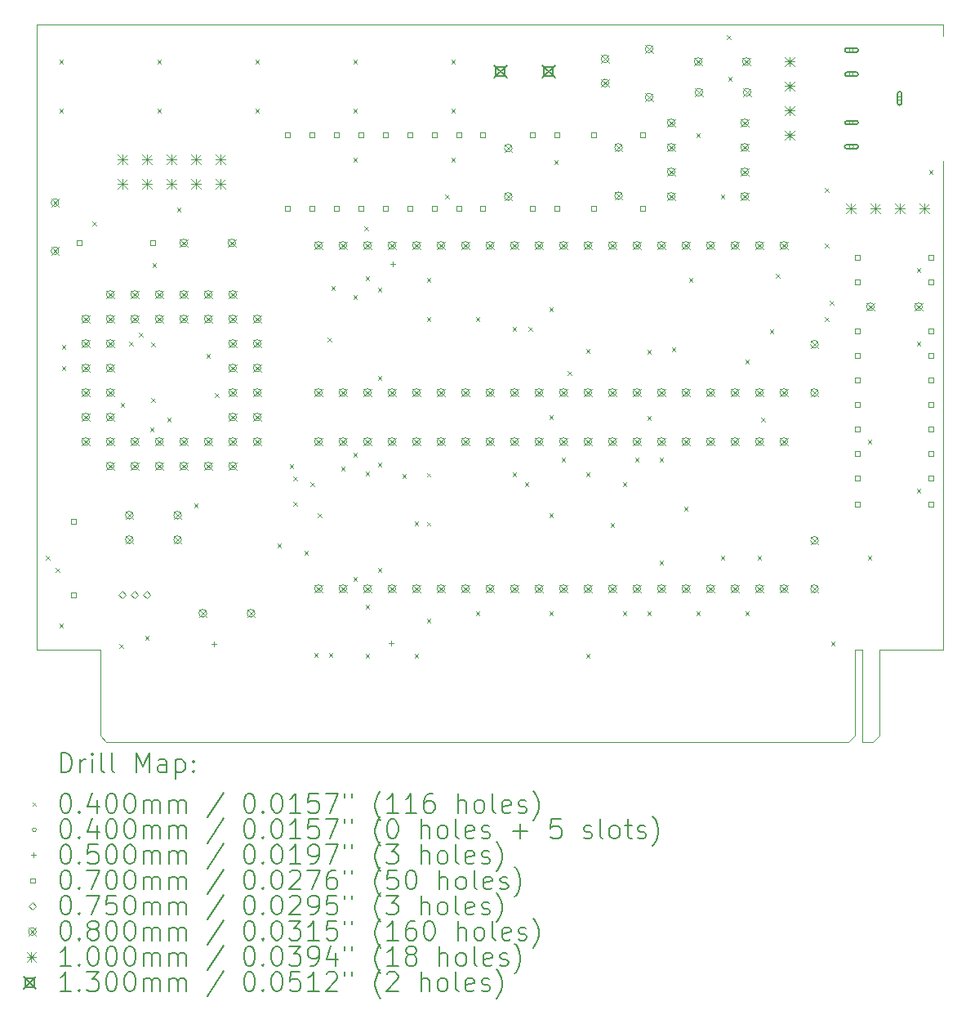
<source format=gbr>
%TF.GenerationSoftware,KiCad,Pcbnew,(6.0.8)*%
%TF.CreationDate,2022-11-06T06:38:14+07:00*%
%TF.ProjectId,TS_Ext_EPM3032,54535f45-7874-45f4-9550-4d333033322e,1.2*%
%TF.SameCoordinates,Original*%
%TF.FileFunction,Drillmap*%
%TF.FilePolarity,Positive*%
%FSLAX45Y45*%
G04 Gerber Fmt 4.5, Leading zero omitted, Abs format (unit mm)*
G04 Created by KiCad (PCBNEW (6.0.8)) date 2022-11-06 06:38:14*
%MOMM*%
%LPD*%
G01*
G04 APERTURE LIST*
%ADD10C,0.100000*%
%ADD11C,0.200000*%
%ADD12C,0.040000*%
%ADD13C,0.050000*%
%ADD14C,0.070000*%
%ADD15C,0.075000*%
%ADD16C,0.080000*%
%ADD17C,0.130000*%
G04 APERTURE END LIST*
D10*
X3454400Y-9017000D02*
X3454400Y-9906000D01*
X2794000Y-9017000D02*
X3454400Y-9017000D01*
X11531600Y-9017000D02*
X12192000Y-9017000D01*
X11277600Y-9017000D02*
X11277600Y-9906000D01*
X11353800Y-9969500D02*
X11468100Y-9969500D01*
X11531600Y-9017000D02*
X11531600Y-9906000D01*
X11468100Y-9969500D02*
X11531600Y-9906000D01*
X11214100Y-9969500D02*
X11277600Y-9906000D01*
X11277600Y-9017000D02*
X11353800Y-9017000D01*
X2794000Y-2540000D02*
X2794000Y-9017000D01*
X12192000Y-2540000D02*
X12192000Y-2652000D01*
X3517900Y-9969500D02*
X11214100Y-9969500D01*
X3517900Y-9969500D02*
X3454400Y-9906000D01*
X12192000Y-9017000D02*
X12192000Y-3952000D01*
X2794000Y-2540000D02*
X12192000Y-2540000D01*
X11353800Y-9017000D02*
X11353800Y-9969500D01*
D11*
D12*
X2888300Y-8044500D02*
X2928300Y-8084500D01*
X2928300Y-8044500D02*
X2888300Y-8084500D01*
X2989900Y-8171500D02*
X3029900Y-8211500D01*
X3029900Y-8171500D02*
X2989900Y-8211500D01*
X3028000Y-2901000D02*
X3068000Y-2941000D01*
X3068000Y-2901000D02*
X3028000Y-2941000D01*
X3028000Y-3409000D02*
X3068000Y-3449000D01*
X3068000Y-3409000D02*
X3028000Y-3449000D01*
X3028000Y-8743000D02*
X3068000Y-8783000D01*
X3068000Y-8743000D02*
X3028000Y-8783000D01*
X3053400Y-5860100D02*
X3093400Y-5900100D01*
X3093400Y-5860100D02*
X3053400Y-5900100D01*
X3053400Y-6076000D02*
X3093400Y-6116000D01*
X3093400Y-6076000D02*
X3053400Y-6116000D01*
X3370900Y-4577400D02*
X3410900Y-4617400D01*
X3410900Y-4577400D02*
X3370900Y-4617400D01*
X3650300Y-8958900D02*
X3690300Y-8998900D01*
X3690300Y-8958900D02*
X3650300Y-8998900D01*
X3663000Y-6457000D02*
X3703000Y-6497000D01*
X3703000Y-6457000D02*
X3663000Y-6497000D01*
X3751900Y-5822000D02*
X3791900Y-5862000D01*
X3791900Y-5822000D02*
X3751900Y-5862000D01*
X3853500Y-5733100D02*
X3893500Y-5773100D01*
X3893500Y-5733100D02*
X3853500Y-5773100D01*
X3917000Y-8870000D02*
X3957000Y-8910000D01*
X3957000Y-8870000D02*
X3917000Y-8910000D01*
X3967800Y-6711000D02*
X4007800Y-6751000D01*
X4007800Y-6711000D02*
X3967800Y-6751000D01*
X3980500Y-5834700D02*
X4020500Y-5874700D01*
X4020500Y-5834700D02*
X3980500Y-5874700D01*
X3980500Y-6406200D02*
X4020500Y-6446200D01*
X4020500Y-6406200D02*
X3980500Y-6446200D01*
X3993200Y-5009200D02*
X4033200Y-5049200D01*
X4033200Y-5009200D02*
X3993200Y-5049200D01*
X4044000Y-2901000D02*
X4084000Y-2941000D01*
X4084000Y-2901000D02*
X4044000Y-2941000D01*
X4044000Y-3409000D02*
X4084000Y-3449000D01*
X4084000Y-3409000D02*
X4044000Y-3449000D01*
X4145600Y-6613150D02*
X4185600Y-6653150D01*
X4185600Y-6613150D02*
X4145600Y-6653150D01*
X4247200Y-4437700D02*
X4287200Y-4477700D01*
X4287200Y-4437700D02*
X4247200Y-4477700D01*
X4425000Y-7501950D02*
X4465000Y-7541950D01*
X4465000Y-7501950D02*
X4425000Y-7541950D01*
X4552000Y-5949000D02*
X4592000Y-5989000D01*
X4592000Y-5949000D02*
X4552000Y-5989000D01*
X4640900Y-6355400D02*
X4680900Y-6395400D01*
X4680900Y-6355400D02*
X4640900Y-6395400D01*
X5060000Y-2901000D02*
X5100000Y-2941000D01*
X5100000Y-2901000D02*
X5060000Y-2941000D01*
X5060000Y-3409000D02*
X5100000Y-3449000D01*
X5100000Y-3409000D02*
X5060000Y-3449000D01*
X5288600Y-7917500D02*
X5328600Y-7957500D01*
X5328600Y-7917500D02*
X5288600Y-7957500D01*
X5415600Y-7092000D02*
X5455600Y-7132000D01*
X5455600Y-7092000D02*
X5415600Y-7132000D01*
X5453700Y-7219000D02*
X5493700Y-7259000D01*
X5493700Y-7219000D02*
X5453700Y-7259000D01*
X5453700Y-7485700D02*
X5493700Y-7525700D01*
X5493700Y-7485700D02*
X5453700Y-7525700D01*
X5568000Y-7993700D02*
X5608000Y-8033700D01*
X5608000Y-7993700D02*
X5568000Y-8033700D01*
X5631500Y-7282500D02*
X5671500Y-7322500D01*
X5671500Y-7282500D02*
X5631500Y-7322500D01*
X5669600Y-9047800D02*
X5709600Y-9087800D01*
X5709600Y-9047800D02*
X5669600Y-9087800D01*
X5707700Y-7603550D02*
X5747700Y-7643550D01*
X5747700Y-7603550D02*
X5707700Y-7643550D01*
X5809300Y-5783900D02*
X5849300Y-5823900D01*
X5849300Y-5783900D02*
X5809300Y-5823900D01*
X5822000Y-9047800D02*
X5862000Y-9087800D01*
X5862000Y-9047800D02*
X5822000Y-9087800D01*
X5847400Y-5250500D02*
X5887400Y-5290500D01*
X5887400Y-5250500D02*
X5847400Y-5290500D01*
X5949000Y-7117400D02*
X5989000Y-7157400D01*
X5989000Y-7117400D02*
X5949000Y-7157400D01*
X6076000Y-2901000D02*
X6116000Y-2941000D01*
X6116000Y-2901000D02*
X6076000Y-2941000D01*
X6076000Y-3409000D02*
X6116000Y-3449000D01*
X6116000Y-3409000D02*
X6076000Y-3449000D01*
X6076000Y-3917000D02*
X6116000Y-3957000D01*
X6116000Y-3917000D02*
X6076000Y-3957000D01*
X6076000Y-5339400D02*
X6116000Y-5379400D01*
X6116000Y-5339400D02*
X6076000Y-5379400D01*
X6076000Y-6977700D02*
X6116000Y-7017700D01*
X6116000Y-6977700D02*
X6076000Y-7017700D01*
X6076000Y-8260400D02*
X6116000Y-8300400D01*
X6116000Y-8260400D02*
X6076000Y-8300400D01*
X6190300Y-4628200D02*
X6230300Y-4668200D01*
X6230300Y-4628200D02*
X6190300Y-4668200D01*
X6203000Y-5148900D02*
X6243000Y-5188900D01*
X6243000Y-5148900D02*
X6203000Y-5188900D01*
X6203000Y-7168200D02*
X6243000Y-7208200D01*
X6243000Y-7168200D02*
X6203000Y-7208200D01*
X6203000Y-8552500D02*
X6243000Y-8592500D01*
X6243000Y-8552500D02*
X6203000Y-8592500D01*
X6203000Y-9060500D02*
X6243000Y-9100500D01*
X6243000Y-9060500D02*
X6203000Y-9100500D01*
X6330000Y-5263200D02*
X6370000Y-5303200D01*
X6370000Y-5263200D02*
X6330000Y-5303200D01*
X6330000Y-6177600D02*
X6370000Y-6217600D01*
X6370000Y-6177600D02*
X6330000Y-6217600D01*
X6330000Y-7079300D02*
X6370000Y-7119300D01*
X6370000Y-7079300D02*
X6330000Y-7119300D01*
X6330000Y-8171500D02*
X6370000Y-8211500D01*
X6370000Y-8171500D02*
X6330000Y-8211500D01*
X6584000Y-7193600D02*
X6624000Y-7233600D01*
X6624000Y-7193600D02*
X6584000Y-7233600D01*
X6711000Y-7688900D02*
X6751000Y-7728900D01*
X6751000Y-7688900D02*
X6711000Y-7728900D01*
X6711000Y-9060500D02*
X6751000Y-9100500D01*
X6751000Y-9060500D02*
X6711000Y-9100500D01*
X6838000Y-5161600D02*
X6878000Y-5201600D01*
X6878000Y-5161600D02*
X6838000Y-5201600D01*
X6838000Y-5568000D02*
X6878000Y-5608000D01*
X6878000Y-5568000D02*
X6838000Y-5608000D01*
X6838000Y-8692200D02*
X6878000Y-8732200D01*
X6878000Y-8692200D02*
X6838000Y-8732200D01*
X6839600Y-7182500D02*
X6879600Y-7222500D01*
X6879600Y-7182500D02*
X6839600Y-7222500D01*
X6839600Y-7690500D02*
X6879600Y-7730500D01*
X6879600Y-7690500D02*
X6839600Y-7730500D01*
X7028500Y-4298000D02*
X7068500Y-4338000D01*
X7068500Y-4298000D02*
X7028500Y-4338000D01*
X7092000Y-2901000D02*
X7132000Y-2941000D01*
X7132000Y-2901000D02*
X7092000Y-2941000D01*
X7092000Y-3409000D02*
X7132000Y-3449000D01*
X7132000Y-3409000D02*
X7092000Y-3449000D01*
X7092000Y-3917000D02*
X7132000Y-3957000D01*
X7132000Y-3917000D02*
X7092000Y-3957000D01*
X7346000Y-5568000D02*
X7386000Y-5608000D01*
X7386000Y-5568000D02*
X7346000Y-5608000D01*
X7346000Y-8616000D02*
X7386000Y-8656000D01*
X7386000Y-8616000D02*
X7346000Y-8656000D01*
X7727000Y-5669600D02*
X7767000Y-5709600D01*
X7767000Y-5669600D02*
X7727000Y-5709600D01*
X7727000Y-7180900D02*
X7767000Y-7220900D01*
X7767000Y-7180900D02*
X7727000Y-7220900D01*
X7854000Y-7282500D02*
X7894000Y-7322500D01*
X7894000Y-7282500D02*
X7854000Y-7322500D01*
X7892100Y-5669600D02*
X7932100Y-5709600D01*
X7932100Y-5669600D02*
X7892100Y-5709600D01*
X8108000Y-5466400D02*
X8148000Y-5506400D01*
X8148000Y-5466400D02*
X8108000Y-5506400D01*
X8108000Y-6584000D02*
X8148000Y-6624000D01*
X8148000Y-6584000D02*
X8108000Y-6624000D01*
X8108000Y-7603750D02*
X8148000Y-7643750D01*
X8148000Y-7603750D02*
X8108000Y-7643750D01*
X8108000Y-8616000D02*
X8148000Y-8656000D01*
X8148000Y-8616000D02*
X8108000Y-8656000D01*
X8158800Y-3942400D02*
X8198800Y-3982400D01*
X8198800Y-3942400D02*
X8158800Y-3982400D01*
X8235000Y-7028500D02*
X8275000Y-7068500D01*
X8275000Y-7028500D02*
X8235000Y-7068500D01*
X8298500Y-6126800D02*
X8338500Y-6166800D01*
X8338500Y-6126800D02*
X8298500Y-6166800D01*
X8489000Y-5898200D02*
X8529000Y-5938200D01*
X8529000Y-5898200D02*
X8489000Y-5938200D01*
X8489000Y-7180900D02*
X8529000Y-7220900D01*
X8529000Y-7180900D02*
X8489000Y-7220900D01*
X8489000Y-9060500D02*
X8529000Y-9100500D01*
X8529000Y-9060500D02*
X8489000Y-9100500D01*
X8743000Y-7705150D02*
X8783000Y-7745150D01*
X8783000Y-7705150D02*
X8743000Y-7745150D01*
X8870000Y-7282500D02*
X8910000Y-7322500D01*
X8910000Y-7282500D02*
X8870000Y-7322500D01*
X8870000Y-8616000D02*
X8910000Y-8656000D01*
X8910000Y-8616000D02*
X8870000Y-8656000D01*
X8997000Y-7028500D02*
X9037000Y-7068500D01*
X9037000Y-7028500D02*
X8997000Y-7068500D01*
X9124000Y-5910900D02*
X9164000Y-5950900D01*
X9164000Y-5910900D02*
X9124000Y-5950900D01*
X9124000Y-6596700D02*
X9164000Y-6636700D01*
X9164000Y-6596700D02*
X9124000Y-6636700D01*
X9124000Y-8616000D02*
X9164000Y-8656000D01*
X9164000Y-8616000D02*
X9124000Y-8656000D01*
X9251000Y-7028500D02*
X9291000Y-7068500D01*
X9291000Y-7028500D02*
X9251000Y-7068500D01*
X9251000Y-8095300D02*
X9291000Y-8135300D01*
X9291000Y-8095300D02*
X9251000Y-8135300D01*
X9378000Y-5885500D02*
X9418000Y-5925500D01*
X9418000Y-5885500D02*
X9378000Y-5925500D01*
X9505000Y-7536500D02*
X9545000Y-7576500D01*
X9545000Y-7536500D02*
X9505000Y-7576500D01*
X9555800Y-5161600D02*
X9595800Y-5201600D01*
X9595800Y-5161600D02*
X9555800Y-5201600D01*
X9632000Y-3663000D02*
X9672000Y-3703000D01*
X9672000Y-3663000D02*
X9632000Y-3703000D01*
X9632000Y-8616000D02*
X9672000Y-8656000D01*
X9672000Y-8616000D02*
X9632000Y-8656000D01*
X9886000Y-4298000D02*
X9926000Y-4338000D01*
X9926000Y-4298000D02*
X9886000Y-4338000D01*
X9886000Y-8044500D02*
X9926000Y-8084500D01*
X9926000Y-8044500D02*
X9886000Y-8084500D01*
X9949500Y-2647000D02*
X9989500Y-2687000D01*
X9989500Y-2647000D02*
X9949500Y-2687000D01*
X9962200Y-3078800D02*
X10002200Y-3118800D01*
X10002200Y-3078800D02*
X9962200Y-3118800D01*
X10140000Y-6012500D02*
X10180000Y-6052500D01*
X10180000Y-6012500D02*
X10140000Y-6052500D01*
X10140000Y-8616000D02*
X10180000Y-8656000D01*
X10180000Y-8616000D02*
X10140000Y-8656000D01*
X10267000Y-8044500D02*
X10307000Y-8084500D01*
X10307000Y-8044500D02*
X10267000Y-8084500D01*
X10305100Y-6609400D02*
X10345100Y-6649400D01*
X10345100Y-6609400D02*
X10305100Y-6649400D01*
X10394000Y-5695000D02*
X10434000Y-5735000D01*
X10434000Y-5695000D02*
X10394000Y-5735000D01*
X10457500Y-5123500D02*
X10497500Y-5163500D01*
X10497500Y-5123500D02*
X10457500Y-5163500D01*
X10965500Y-4234500D02*
X11005500Y-4274500D01*
X11005500Y-4234500D02*
X10965500Y-4274500D01*
X10965500Y-4806000D02*
X11005500Y-4846000D01*
X11005500Y-4806000D02*
X10965500Y-4846000D01*
X10965500Y-5568000D02*
X11005500Y-5608000D01*
X11005500Y-5568000D02*
X10965500Y-5608000D01*
X11016300Y-5402900D02*
X11056300Y-5442900D01*
X11056300Y-5402900D02*
X11016300Y-5442900D01*
X11029000Y-8933500D02*
X11069000Y-8973500D01*
X11069000Y-8933500D02*
X11029000Y-8973500D01*
X11410000Y-6838000D02*
X11450000Y-6878000D01*
X11450000Y-6838000D02*
X11410000Y-6878000D01*
X11410000Y-8044500D02*
X11450000Y-8084500D01*
X11450000Y-8044500D02*
X11410000Y-8084500D01*
X11918000Y-5060000D02*
X11958000Y-5100000D01*
X11958000Y-5060000D02*
X11918000Y-5100000D01*
X11918000Y-5822000D02*
X11958000Y-5862000D01*
X11958000Y-5822000D02*
X11918000Y-5862000D01*
X11918000Y-7346000D02*
X11958000Y-7386000D01*
X11958000Y-7346000D02*
X11918000Y-7386000D01*
X12045000Y-4044000D02*
X12085000Y-4084000D01*
X12085000Y-4044000D02*
X12045000Y-4084000D01*
X11262000Y-2802000D02*
G75*
G03*
X11262000Y-2802000I-20000J0D01*
G01*
D11*
X11292000Y-2782000D02*
X11192000Y-2782000D01*
X11292000Y-2822000D02*
X11192000Y-2822000D01*
X11192000Y-2782000D02*
G75*
G03*
X11192000Y-2822000I0J-20000D01*
G01*
X11292000Y-2822000D02*
G75*
G03*
X11292000Y-2782000I0J20000D01*
G01*
D12*
X11262000Y-3052000D02*
G75*
G03*
X11262000Y-3052000I-20000J0D01*
G01*
D11*
X11292000Y-3032000D02*
X11192000Y-3032000D01*
X11292000Y-3072000D02*
X11192000Y-3072000D01*
X11192000Y-3032000D02*
G75*
G03*
X11192000Y-3072000I0J-20000D01*
G01*
X11292000Y-3072000D02*
G75*
G03*
X11292000Y-3032000I0J20000D01*
G01*
D12*
X11262000Y-3552000D02*
G75*
G03*
X11262000Y-3552000I-20000J0D01*
G01*
D11*
X11192000Y-3572000D02*
X11292000Y-3572000D01*
X11192000Y-3532000D02*
X11292000Y-3532000D01*
X11292000Y-3572000D02*
G75*
G03*
X11292000Y-3532000I0J20000D01*
G01*
X11192000Y-3532000D02*
G75*
G03*
X11192000Y-3572000I0J-20000D01*
G01*
D12*
X11262000Y-3802000D02*
G75*
G03*
X11262000Y-3802000I-20000J0D01*
G01*
D11*
X11192000Y-3822000D02*
X11292000Y-3822000D01*
X11192000Y-3782000D02*
X11292000Y-3782000D01*
X11292000Y-3822000D02*
G75*
G03*
X11292000Y-3782000I0J20000D01*
G01*
X11192000Y-3782000D02*
G75*
G03*
X11192000Y-3822000I0J-20000D01*
G01*
D12*
X11762000Y-3302000D02*
G75*
G03*
X11762000Y-3302000I-20000J0D01*
G01*
D11*
X11762000Y-3352000D02*
X11762000Y-3252000D01*
X11722000Y-3352000D02*
X11722000Y-3252000D01*
X11762000Y-3252000D02*
G75*
G03*
X11722000Y-3252000I-20000J0D01*
G01*
X11722000Y-3352000D02*
G75*
G03*
X11762000Y-3352000I20000J0D01*
G01*
D13*
X4635500Y-8928500D02*
X4635500Y-8978500D01*
X4610500Y-8953500D02*
X4660500Y-8953500D01*
X6473077Y-8924577D02*
X6473077Y-8974577D01*
X6448077Y-8949577D02*
X6498077Y-8949577D01*
X6489700Y-4991500D02*
X6489700Y-5041500D01*
X6464700Y-5016500D02*
X6514700Y-5016500D01*
D14*
X3199749Y-7708249D02*
X3199749Y-7658751D01*
X3150251Y-7658751D01*
X3150251Y-7708249D01*
X3199749Y-7708249D01*
X3199749Y-8470249D02*
X3199749Y-8420751D01*
X3150251Y-8420751D01*
X3150251Y-8470249D01*
X3199749Y-8470249D01*
X3263249Y-4825349D02*
X3263249Y-4775851D01*
X3213751Y-4775851D01*
X3213751Y-4825349D01*
X3263249Y-4825349D01*
X4025249Y-4825349D02*
X4025249Y-4775851D01*
X3975751Y-4775851D01*
X3975751Y-4825349D01*
X4025249Y-4825349D01*
X5422249Y-3707749D02*
X5422249Y-3658251D01*
X5372751Y-3658251D01*
X5372751Y-3707749D01*
X5422249Y-3707749D01*
X5422249Y-4469749D02*
X5422249Y-4420251D01*
X5372751Y-4420251D01*
X5372751Y-4469749D01*
X5422249Y-4469749D01*
X5676249Y-3707749D02*
X5676249Y-3658251D01*
X5626751Y-3658251D01*
X5626751Y-3707749D01*
X5676249Y-3707749D01*
X5676249Y-4469749D02*
X5676249Y-4420251D01*
X5626751Y-4420251D01*
X5626751Y-4469749D01*
X5676249Y-4469749D01*
X5930249Y-3707749D02*
X5930249Y-3658251D01*
X5880751Y-3658251D01*
X5880751Y-3707749D01*
X5930249Y-3707749D01*
X5930249Y-4469749D02*
X5930249Y-4420251D01*
X5880751Y-4420251D01*
X5880751Y-4469749D01*
X5930249Y-4469749D01*
X6184249Y-3707749D02*
X6184249Y-3658251D01*
X6134751Y-3658251D01*
X6134751Y-3707749D01*
X6184249Y-3707749D01*
X6184249Y-4469749D02*
X6184249Y-4420251D01*
X6134751Y-4420251D01*
X6134751Y-4469749D01*
X6184249Y-4469749D01*
X6438249Y-3707749D02*
X6438249Y-3658251D01*
X6388751Y-3658251D01*
X6388751Y-3707749D01*
X6438249Y-3707749D01*
X6438249Y-4469749D02*
X6438249Y-4420251D01*
X6388751Y-4420251D01*
X6388751Y-4469749D01*
X6438249Y-4469749D01*
X6692249Y-3707749D02*
X6692249Y-3658251D01*
X6642751Y-3658251D01*
X6642751Y-3707749D01*
X6692249Y-3707749D01*
X6692249Y-4469749D02*
X6692249Y-4420251D01*
X6642751Y-4420251D01*
X6642751Y-4469749D01*
X6692249Y-4469749D01*
X6946249Y-3707749D02*
X6946249Y-3658251D01*
X6896751Y-3658251D01*
X6896751Y-3707749D01*
X6946249Y-3707749D01*
X6946249Y-4469749D02*
X6946249Y-4420251D01*
X6896751Y-4420251D01*
X6896751Y-4469749D01*
X6946249Y-4469749D01*
X7200249Y-3707749D02*
X7200249Y-3658251D01*
X7150751Y-3658251D01*
X7150751Y-3707749D01*
X7200249Y-3707749D01*
X7200249Y-4469749D02*
X7200249Y-4420251D01*
X7150751Y-4420251D01*
X7150751Y-4469749D01*
X7200249Y-4469749D01*
X7441549Y-3707749D02*
X7441549Y-3658251D01*
X7392051Y-3658251D01*
X7392051Y-3707749D01*
X7441549Y-3707749D01*
X7441549Y-4469749D02*
X7441549Y-4420251D01*
X7392051Y-4420251D01*
X7392051Y-4469749D01*
X7441549Y-4469749D01*
X7962249Y-3707749D02*
X7962249Y-3658251D01*
X7912751Y-3658251D01*
X7912751Y-3707749D01*
X7962249Y-3707749D01*
X7962249Y-4469749D02*
X7962249Y-4420251D01*
X7912751Y-4420251D01*
X7912751Y-4469749D01*
X7962249Y-4469749D01*
X8216249Y-3707749D02*
X8216249Y-3658251D01*
X8166751Y-3658251D01*
X8166751Y-3707749D01*
X8216249Y-3707749D01*
X8216249Y-4469749D02*
X8216249Y-4420251D01*
X8166751Y-4420251D01*
X8166751Y-4469749D01*
X8216249Y-4469749D01*
X8597249Y-3707749D02*
X8597249Y-3658251D01*
X8547751Y-3658251D01*
X8547751Y-3707749D01*
X8597249Y-3707749D01*
X8597249Y-4469749D02*
X8597249Y-4420251D01*
X8547751Y-4420251D01*
X8547751Y-4469749D01*
X8597249Y-4469749D01*
X9105249Y-3707749D02*
X9105249Y-3658251D01*
X9055751Y-3658251D01*
X9055751Y-3707749D01*
X9105249Y-3707749D01*
X9105249Y-4469749D02*
X9105249Y-4420251D01*
X9055751Y-4420251D01*
X9055751Y-4469749D01*
X9105249Y-4469749D01*
X11327749Y-4977749D02*
X11327749Y-4928251D01*
X11278251Y-4928251D01*
X11278251Y-4977749D01*
X11327749Y-4977749D01*
X11327749Y-5231749D02*
X11327749Y-5182251D01*
X11278251Y-5182251D01*
X11278251Y-5231749D01*
X11327749Y-5231749D01*
X11327749Y-5739749D02*
X11327749Y-5690251D01*
X11278251Y-5690251D01*
X11278251Y-5739749D01*
X11327749Y-5739749D01*
X11327749Y-5993749D02*
X11327749Y-5944251D01*
X11278251Y-5944251D01*
X11278251Y-5993749D01*
X11327749Y-5993749D01*
X11327749Y-6247749D02*
X11327749Y-6198251D01*
X11278251Y-6198251D01*
X11278251Y-6247749D01*
X11327749Y-6247749D01*
X11327749Y-6501749D02*
X11327749Y-6452251D01*
X11278251Y-6452251D01*
X11278251Y-6501749D01*
X11327749Y-6501749D01*
X11327749Y-6755749D02*
X11327749Y-6706251D01*
X11278251Y-6706251D01*
X11278251Y-6755749D01*
X11327749Y-6755749D01*
X11327749Y-7009749D02*
X11327749Y-6960251D01*
X11278251Y-6960251D01*
X11278251Y-7009749D01*
X11327749Y-7009749D01*
X11327749Y-7263749D02*
X11327749Y-7214251D01*
X11278251Y-7214251D01*
X11278251Y-7263749D01*
X11327749Y-7263749D01*
X11327749Y-7530449D02*
X11327749Y-7480951D01*
X11278251Y-7480951D01*
X11278251Y-7530449D01*
X11327749Y-7530449D01*
X12089749Y-4977749D02*
X12089749Y-4928251D01*
X12040251Y-4928251D01*
X12040251Y-4977749D01*
X12089749Y-4977749D01*
X12089749Y-5231749D02*
X12089749Y-5182251D01*
X12040251Y-5182251D01*
X12040251Y-5231749D01*
X12089749Y-5231749D01*
X12089749Y-5739749D02*
X12089749Y-5690251D01*
X12040251Y-5690251D01*
X12040251Y-5739749D01*
X12089749Y-5739749D01*
X12089749Y-5993749D02*
X12089749Y-5944251D01*
X12040251Y-5944251D01*
X12040251Y-5993749D01*
X12089749Y-5993749D01*
X12089749Y-6247749D02*
X12089749Y-6198251D01*
X12040251Y-6198251D01*
X12040251Y-6247749D01*
X12089749Y-6247749D01*
X12089749Y-6501749D02*
X12089749Y-6452251D01*
X12040251Y-6452251D01*
X12040251Y-6501749D01*
X12089749Y-6501749D01*
X12089749Y-6755749D02*
X12089749Y-6706251D01*
X12040251Y-6706251D01*
X12040251Y-6755749D01*
X12089749Y-6755749D01*
X12089749Y-7009749D02*
X12089749Y-6960251D01*
X12040251Y-6960251D01*
X12040251Y-7009749D01*
X12089749Y-7009749D01*
X12089749Y-7263749D02*
X12089749Y-7214251D01*
X12040251Y-7214251D01*
X12040251Y-7263749D01*
X12089749Y-7263749D01*
X12089749Y-7530449D02*
X12089749Y-7480951D01*
X12040251Y-7480951D01*
X12040251Y-7530449D01*
X12089749Y-7530449D01*
D15*
X3683000Y-8483000D02*
X3720500Y-8445500D01*
X3683000Y-8408000D01*
X3645500Y-8445500D01*
X3683000Y-8483000D01*
X3810000Y-8483000D02*
X3847500Y-8445500D01*
X3810000Y-8408000D01*
X3772500Y-8445500D01*
X3810000Y-8483000D01*
X3937000Y-8483000D02*
X3974500Y-8445500D01*
X3937000Y-8408000D01*
X3899500Y-8445500D01*
X3937000Y-8483000D01*
D16*
X2944500Y-4341500D02*
X3024500Y-4421500D01*
X3024500Y-4341500D02*
X2944500Y-4421500D01*
X3024500Y-4381500D02*
G75*
G03*
X3024500Y-4381500I-40000J0D01*
G01*
X2944500Y-4841500D02*
X3024500Y-4921500D01*
X3024500Y-4841500D02*
X2944500Y-4921500D01*
X3024500Y-4881500D02*
G75*
G03*
X3024500Y-4881500I-40000J0D01*
G01*
X3262000Y-5548000D02*
X3342000Y-5628000D01*
X3342000Y-5548000D02*
X3262000Y-5628000D01*
X3342000Y-5588000D02*
G75*
G03*
X3342000Y-5588000I-40000J0D01*
G01*
X3262000Y-5802000D02*
X3342000Y-5882000D01*
X3342000Y-5802000D02*
X3262000Y-5882000D01*
X3342000Y-5842000D02*
G75*
G03*
X3342000Y-5842000I-40000J0D01*
G01*
X3262000Y-6056000D02*
X3342000Y-6136000D01*
X3342000Y-6056000D02*
X3262000Y-6136000D01*
X3342000Y-6096000D02*
G75*
G03*
X3342000Y-6096000I-40000J0D01*
G01*
X3262000Y-6310000D02*
X3342000Y-6390000D01*
X3342000Y-6310000D02*
X3262000Y-6390000D01*
X3342000Y-6350000D02*
G75*
G03*
X3342000Y-6350000I-40000J0D01*
G01*
X3262000Y-6564000D02*
X3342000Y-6644000D01*
X3342000Y-6564000D02*
X3262000Y-6644000D01*
X3342000Y-6604000D02*
G75*
G03*
X3342000Y-6604000I-40000J0D01*
G01*
X3262000Y-6818000D02*
X3342000Y-6898000D01*
X3342000Y-6818000D02*
X3262000Y-6898000D01*
X3342000Y-6858000D02*
G75*
G03*
X3342000Y-6858000I-40000J0D01*
G01*
X3516000Y-5294000D02*
X3596000Y-5374000D01*
X3596000Y-5294000D02*
X3516000Y-5374000D01*
X3596000Y-5334000D02*
G75*
G03*
X3596000Y-5334000I-40000J0D01*
G01*
X3516000Y-5548000D02*
X3596000Y-5628000D01*
X3596000Y-5548000D02*
X3516000Y-5628000D01*
X3596000Y-5588000D02*
G75*
G03*
X3596000Y-5588000I-40000J0D01*
G01*
X3516000Y-5802000D02*
X3596000Y-5882000D01*
X3596000Y-5802000D02*
X3516000Y-5882000D01*
X3596000Y-5842000D02*
G75*
G03*
X3596000Y-5842000I-40000J0D01*
G01*
X3516000Y-6056000D02*
X3596000Y-6136000D01*
X3596000Y-6056000D02*
X3516000Y-6136000D01*
X3596000Y-6096000D02*
G75*
G03*
X3596000Y-6096000I-40000J0D01*
G01*
X3516000Y-6310000D02*
X3596000Y-6390000D01*
X3596000Y-6310000D02*
X3516000Y-6390000D01*
X3596000Y-6350000D02*
G75*
G03*
X3596000Y-6350000I-40000J0D01*
G01*
X3516000Y-6564000D02*
X3596000Y-6644000D01*
X3596000Y-6564000D02*
X3516000Y-6644000D01*
X3596000Y-6604000D02*
G75*
G03*
X3596000Y-6604000I-40000J0D01*
G01*
X3516000Y-6818000D02*
X3596000Y-6898000D01*
X3596000Y-6818000D02*
X3516000Y-6898000D01*
X3596000Y-6858000D02*
G75*
G03*
X3596000Y-6858000I-40000J0D01*
G01*
X3516000Y-7072000D02*
X3596000Y-7152000D01*
X3596000Y-7072000D02*
X3516000Y-7152000D01*
X3596000Y-7112000D02*
G75*
G03*
X3596000Y-7112000I-40000J0D01*
G01*
X3714500Y-7580000D02*
X3794500Y-7660000D01*
X3794500Y-7580000D02*
X3714500Y-7660000D01*
X3794500Y-7620000D02*
G75*
G03*
X3794500Y-7620000I-40000J0D01*
G01*
X3714500Y-7834000D02*
X3794500Y-7914000D01*
X3794500Y-7834000D02*
X3714500Y-7914000D01*
X3794500Y-7874000D02*
G75*
G03*
X3794500Y-7874000I-40000J0D01*
G01*
X3770000Y-5294000D02*
X3850000Y-5374000D01*
X3850000Y-5294000D02*
X3770000Y-5374000D01*
X3850000Y-5334000D02*
G75*
G03*
X3850000Y-5334000I-40000J0D01*
G01*
X3770000Y-5548000D02*
X3850000Y-5628000D01*
X3850000Y-5548000D02*
X3770000Y-5628000D01*
X3850000Y-5588000D02*
G75*
G03*
X3850000Y-5588000I-40000J0D01*
G01*
X3770000Y-6818000D02*
X3850000Y-6898000D01*
X3850000Y-6818000D02*
X3770000Y-6898000D01*
X3850000Y-6858000D02*
G75*
G03*
X3850000Y-6858000I-40000J0D01*
G01*
X3770000Y-7072000D02*
X3850000Y-7152000D01*
X3850000Y-7072000D02*
X3770000Y-7152000D01*
X3850000Y-7112000D02*
G75*
G03*
X3850000Y-7112000I-40000J0D01*
G01*
X4024000Y-5294000D02*
X4104000Y-5374000D01*
X4104000Y-5294000D02*
X4024000Y-5374000D01*
X4104000Y-5334000D02*
G75*
G03*
X4104000Y-5334000I-40000J0D01*
G01*
X4024000Y-5548000D02*
X4104000Y-5628000D01*
X4104000Y-5548000D02*
X4024000Y-5628000D01*
X4104000Y-5588000D02*
G75*
G03*
X4104000Y-5588000I-40000J0D01*
G01*
X4024000Y-6818000D02*
X4104000Y-6898000D01*
X4104000Y-6818000D02*
X4024000Y-6898000D01*
X4104000Y-6858000D02*
G75*
G03*
X4104000Y-6858000I-40000J0D01*
G01*
X4024000Y-7072000D02*
X4104000Y-7152000D01*
X4104000Y-7072000D02*
X4024000Y-7152000D01*
X4104000Y-7112000D02*
G75*
G03*
X4104000Y-7112000I-40000J0D01*
G01*
X4214500Y-7580000D02*
X4294500Y-7660000D01*
X4294500Y-7580000D02*
X4214500Y-7660000D01*
X4294500Y-7620000D02*
G75*
G03*
X4294500Y-7620000I-40000J0D01*
G01*
X4214500Y-7834000D02*
X4294500Y-7914000D01*
X4294500Y-7834000D02*
X4214500Y-7914000D01*
X4294500Y-7874000D02*
G75*
G03*
X4294500Y-7874000I-40000J0D01*
G01*
X4278000Y-4760600D02*
X4358000Y-4840600D01*
X4358000Y-4760600D02*
X4278000Y-4840600D01*
X4358000Y-4800600D02*
G75*
G03*
X4358000Y-4800600I-40000J0D01*
G01*
X4278000Y-5294000D02*
X4358000Y-5374000D01*
X4358000Y-5294000D02*
X4278000Y-5374000D01*
X4358000Y-5334000D02*
G75*
G03*
X4358000Y-5334000I-40000J0D01*
G01*
X4278000Y-5548000D02*
X4358000Y-5628000D01*
X4358000Y-5548000D02*
X4278000Y-5628000D01*
X4358000Y-5588000D02*
G75*
G03*
X4358000Y-5588000I-40000J0D01*
G01*
X4278000Y-6818000D02*
X4358000Y-6898000D01*
X4358000Y-6818000D02*
X4278000Y-6898000D01*
X4358000Y-6858000D02*
G75*
G03*
X4358000Y-6858000I-40000J0D01*
G01*
X4278000Y-7072000D02*
X4358000Y-7152000D01*
X4358000Y-7072000D02*
X4278000Y-7152000D01*
X4358000Y-7112000D02*
G75*
G03*
X4358000Y-7112000I-40000J0D01*
G01*
X4476500Y-8596000D02*
X4556500Y-8676000D01*
X4556500Y-8596000D02*
X4476500Y-8676000D01*
X4556500Y-8636000D02*
G75*
G03*
X4556500Y-8636000I-40000J0D01*
G01*
X4532000Y-5294000D02*
X4612000Y-5374000D01*
X4612000Y-5294000D02*
X4532000Y-5374000D01*
X4612000Y-5334000D02*
G75*
G03*
X4612000Y-5334000I-40000J0D01*
G01*
X4532000Y-5548000D02*
X4612000Y-5628000D01*
X4612000Y-5548000D02*
X4532000Y-5628000D01*
X4612000Y-5588000D02*
G75*
G03*
X4612000Y-5588000I-40000J0D01*
G01*
X4532000Y-6818000D02*
X4612000Y-6898000D01*
X4612000Y-6818000D02*
X4532000Y-6898000D01*
X4612000Y-6858000D02*
G75*
G03*
X4612000Y-6858000I-40000J0D01*
G01*
X4532000Y-7072000D02*
X4612000Y-7152000D01*
X4612000Y-7072000D02*
X4532000Y-7152000D01*
X4612000Y-7112000D02*
G75*
G03*
X4612000Y-7112000I-40000J0D01*
G01*
X4778000Y-4760600D02*
X4858000Y-4840600D01*
X4858000Y-4760600D02*
X4778000Y-4840600D01*
X4858000Y-4800600D02*
G75*
G03*
X4858000Y-4800600I-40000J0D01*
G01*
X4786000Y-5294000D02*
X4866000Y-5374000D01*
X4866000Y-5294000D02*
X4786000Y-5374000D01*
X4866000Y-5334000D02*
G75*
G03*
X4866000Y-5334000I-40000J0D01*
G01*
X4786000Y-5548000D02*
X4866000Y-5628000D01*
X4866000Y-5548000D02*
X4786000Y-5628000D01*
X4866000Y-5588000D02*
G75*
G03*
X4866000Y-5588000I-40000J0D01*
G01*
X4786000Y-5802000D02*
X4866000Y-5882000D01*
X4866000Y-5802000D02*
X4786000Y-5882000D01*
X4866000Y-5842000D02*
G75*
G03*
X4866000Y-5842000I-40000J0D01*
G01*
X4786000Y-6056000D02*
X4866000Y-6136000D01*
X4866000Y-6056000D02*
X4786000Y-6136000D01*
X4866000Y-6096000D02*
G75*
G03*
X4866000Y-6096000I-40000J0D01*
G01*
X4786000Y-6310000D02*
X4866000Y-6390000D01*
X4866000Y-6310000D02*
X4786000Y-6390000D01*
X4866000Y-6350000D02*
G75*
G03*
X4866000Y-6350000I-40000J0D01*
G01*
X4786000Y-6564000D02*
X4866000Y-6644000D01*
X4866000Y-6564000D02*
X4786000Y-6644000D01*
X4866000Y-6604000D02*
G75*
G03*
X4866000Y-6604000I-40000J0D01*
G01*
X4786000Y-6818000D02*
X4866000Y-6898000D01*
X4866000Y-6818000D02*
X4786000Y-6898000D01*
X4866000Y-6858000D02*
G75*
G03*
X4866000Y-6858000I-40000J0D01*
G01*
X4786000Y-7072000D02*
X4866000Y-7152000D01*
X4866000Y-7072000D02*
X4786000Y-7152000D01*
X4866000Y-7112000D02*
G75*
G03*
X4866000Y-7112000I-40000J0D01*
G01*
X4976500Y-8596000D02*
X5056500Y-8676000D01*
X5056500Y-8596000D02*
X4976500Y-8676000D01*
X5056500Y-8636000D02*
G75*
G03*
X5056500Y-8636000I-40000J0D01*
G01*
X5040000Y-5548000D02*
X5120000Y-5628000D01*
X5120000Y-5548000D02*
X5040000Y-5628000D01*
X5120000Y-5588000D02*
G75*
G03*
X5120000Y-5588000I-40000J0D01*
G01*
X5040000Y-5802000D02*
X5120000Y-5882000D01*
X5120000Y-5802000D02*
X5040000Y-5882000D01*
X5120000Y-5842000D02*
G75*
G03*
X5120000Y-5842000I-40000J0D01*
G01*
X5040000Y-6056000D02*
X5120000Y-6136000D01*
X5120000Y-6056000D02*
X5040000Y-6136000D01*
X5120000Y-6096000D02*
G75*
G03*
X5120000Y-6096000I-40000J0D01*
G01*
X5040000Y-6310000D02*
X5120000Y-6390000D01*
X5120000Y-6310000D02*
X5040000Y-6390000D01*
X5120000Y-6350000D02*
G75*
G03*
X5120000Y-6350000I-40000J0D01*
G01*
X5040000Y-6564000D02*
X5120000Y-6644000D01*
X5120000Y-6564000D02*
X5040000Y-6644000D01*
X5120000Y-6604000D02*
G75*
G03*
X5120000Y-6604000I-40000J0D01*
G01*
X5040000Y-6818000D02*
X5120000Y-6898000D01*
X5120000Y-6818000D02*
X5040000Y-6898000D01*
X5120000Y-6858000D02*
G75*
G03*
X5120000Y-6858000I-40000J0D01*
G01*
X5675000Y-4786000D02*
X5755000Y-4866000D01*
X5755000Y-4786000D02*
X5675000Y-4866000D01*
X5755000Y-4826000D02*
G75*
G03*
X5755000Y-4826000I-40000J0D01*
G01*
X5675000Y-6310000D02*
X5755000Y-6390000D01*
X5755000Y-6310000D02*
X5675000Y-6390000D01*
X5755000Y-6350000D02*
G75*
G03*
X5755000Y-6350000I-40000J0D01*
G01*
X5675000Y-6818000D02*
X5755000Y-6898000D01*
X5755000Y-6818000D02*
X5675000Y-6898000D01*
X5755000Y-6858000D02*
G75*
G03*
X5755000Y-6858000I-40000J0D01*
G01*
X5675000Y-8342000D02*
X5755000Y-8422000D01*
X5755000Y-8342000D02*
X5675000Y-8422000D01*
X5755000Y-8382000D02*
G75*
G03*
X5755000Y-8382000I-40000J0D01*
G01*
X5929000Y-4786000D02*
X6009000Y-4866000D01*
X6009000Y-4786000D02*
X5929000Y-4866000D01*
X6009000Y-4826000D02*
G75*
G03*
X6009000Y-4826000I-40000J0D01*
G01*
X5929000Y-6310000D02*
X6009000Y-6390000D01*
X6009000Y-6310000D02*
X5929000Y-6390000D01*
X6009000Y-6350000D02*
G75*
G03*
X6009000Y-6350000I-40000J0D01*
G01*
X5929000Y-6818000D02*
X6009000Y-6898000D01*
X6009000Y-6818000D02*
X5929000Y-6898000D01*
X6009000Y-6858000D02*
G75*
G03*
X6009000Y-6858000I-40000J0D01*
G01*
X5929000Y-8342000D02*
X6009000Y-8422000D01*
X6009000Y-8342000D02*
X5929000Y-8422000D01*
X6009000Y-8382000D02*
G75*
G03*
X6009000Y-8382000I-40000J0D01*
G01*
X6183000Y-4786000D02*
X6263000Y-4866000D01*
X6263000Y-4786000D02*
X6183000Y-4866000D01*
X6263000Y-4826000D02*
G75*
G03*
X6263000Y-4826000I-40000J0D01*
G01*
X6183000Y-6310000D02*
X6263000Y-6390000D01*
X6263000Y-6310000D02*
X6183000Y-6390000D01*
X6263000Y-6350000D02*
G75*
G03*
X6263000Y-6350000I-40000J0D01*
G01*
X6183000Y-6818000D02*
X6263000Y-6898000D01*
X6263000Y-6818000D02*
X6183000Y-6898000D01*
X6263000Y-6858000D02*
G75*
G03*
X6263000Y-6858000I-40000J0D01*
G01*
X6183000Y-8342000D02*
X6263000Y-8422000D01*
X6263000Y-8342000D02*
X6183000Y-8422000D01*
X6263000Y-8382000D02*
G75*
G03*
X6263000Y-8382000I-40000J0D01*
G01*
X6437000Y-4786000D02*
X6517000Y-4866000D01*
X6517000Y-4786000D02*
X6437000Y-4866000D01*
X6517000Y-4826000D02*
G75*
G03*
X6517000Y-4826000I-40000J0D01*
G01*
X6437000Y-6310000D02*
X6517000Y-6390000D01*
X6517000Y-6310000D02*
X6437000Y-6390000D01*
X6517000Y-6350000D02*
G75*
G03*
X6517000Y-6350000I-40000J0D01*
G01*
X6437000Y-6818000D02*
X6517000Y-6898000D01*
X6517000Y-6818000D02*
X6437000Y-6898000D01*
X6517000Y-6858000D02*
G75*
G03*
X6517000Y-6858000I-40000J0D01*
G01*
X6437000Y-8342000D02*
X6517000Y-8422000D01*
X6517000Y-8342000D02*
X6437000Y-8422000D01*
X6517000Y-8382000D02*
G75*
G03*
X6517000Y-8382000I-40000J0D01*
G01*
X6691000Y-4786000D02*
X6771000Y-4866000D01*
X6771000Y-4786000D02*
X6691000Y-4866000D01*
X6771000Y-4826000D02*
G75*
G03*
X6771000Y-4826000I-40000J0D01*
G01*
X6691000Y-6310000D02*
X6771000Y-6390000D01*
X6771000Y-6310000D02*
X6691000Y-6390000D01*
X6771000Y-6350000D02*
G75*
G03*
X6771000Y-6350000I-40000J0D01*
G01*
X6691000Y-6818000D02*
X6771000Y-6898000D01*
X6771000Y-6818000D02*
X6691000Y-6898000D01*
X6771000Y-6858000D02*
G75*
G03*
X6771000Y-6858000I-40000J0D01*
G01*
X6691000Y-8342000D02*
X6771000Y-8422000D01*
X6771000Y-8342000D02*
X6691000Y-8422000D01*
X6771000Y-8382000D02*
G75*
G03*
X6771000Y-8382000I-40000J0D01*
G01*
X6945000Y-4786000D02*
X7025000Y-4866000D01*
X7025000Y-4786000D02*
X6945000Y-4866000D01*
X7025000Y-4826000D02*
G75*
G03*
X7025000Y-4826000I-40000J0D01*
G01*
X6945000Y-6310000D02*
X7025000Y-6390000D01*
X7025000Y-6310000D02*
X6945000Y-6390000D01*
X7025000Y-6350000D02*
G75*
G03*
X7025000Y-6350000I-40000J0D01*
G01*
X6945000Y-6818000D02*
X7025000Y-6898000D01*
X7025000Y-6818000D02*
X6945000Y-6898000D01*
X7025000Y-6858000D02*
G75*
G03*
X7025000Y-6858000I-40000J0D01*
G01*
X6945000Y-8342000D02*
X7025000Y-8422000D01*
X7025000Y-8342000D02*
X6945000Y-8422000D01*
X7025000Y-8382000D02*
G75*
G03*
X7025000Y-8382000I-40000J0D01*
G01*
X7199000Y-4786000D02*
X7279000Y-4866000D01*
X7279000Y-4786000D02*
X7199000Y-4866000D01*
X7279000Y-4826000D02*
G75*
G03*
X7279000Y-4826000I-40000J0D01*
G01*
X7199000Y-6310000D02*
X7279000Y-6390000D01*
X7279000Y-6310000D02*
X7199000Y-6390000D01*
X7279000Y-6350000D02*
G75*
G03*
X7279000Y-6350000I-40000J0D01*
G01*
X7199000Y-6818000D02*
X7279000Y-6898000D01*
X7279000Y-6818000D02*
X7199000Y-6898000D01*
X7279000Y-6858000D02*
G75*
G03*
X7279000Y-6858000I-40000J0D01*
G01*
X7199000Y-8342000D02*
X7279000Y-8422000D01*
X7279000Y-8342000D02*
X7199000Y-8422000D01*
X7279000Y-8382000D02*
G75*
G03*
X7279000Y-8382000I-40000J0D01*
G01*
X7453000Y-4786000D02*
X7533000Y-4866000D01*
X7533000Y-4786000D02*
X7453000Y-4866000D01*
X7533000Y-4826000D02*
G75*
G03*
X7533000Y-4826000I-40000J0D01*
G01*
X7453000Y-6310000D02*
X7533000Y-6390000D01*
X7533000Y-6310000D02*
X7453000Y-6390000D01*
X7533000Y-6350000D02*
G75*
G03*
X7533000Y-6350000I-40000J0D01*
G01*
X7453000Y-6818000D02*
X7533000Y-6898000D01*
X7533000Y-6818000D02*
X7453000Y-6898000D01*
X7533000Y-6858000D02*
G75*
G03*
X7533000Y-6858000I-40000J0D01*
G01*
X7453000Y-8342000D02*
X7533000Y-8422000D01*
X7533000Y-8342000D02*
X7453000Y-8422000D01*
X7533000Y-8382000D02*
G75*
G03*
X7533000Y-8382000I-40000J0D01*
G01*
X7643500Y-3778000D02*
X7723500Y-3858000D01*
X7723500Y-3778000D02*
X7643500Y-3858000D01*
X7723500Y-3818000D02*
G75*
G03*
X7723500Y-3818000I-40000J0D01*
G01*
X7643500Y-4278000D02*
X7723500Y-4358000D01*
X7723500Y-4278000D02*
X7643500Y-4358000D01*
X7723500Y-4318000D02*
G75*
G03*
X7723500Y-4318000I-40000J0D01*
G01*
X7707000Y-4786000D02*
X7787000Y-4866000D01*
X7787000Y-4786000D02*
X7707000Y-4866000D01*
X7787000Y-4826000D02*
G75*
G03*
X7787000Y-4826000I-40000J0D01*
G01*
X7707000Y-6310000D02*
X7787000Y-6390000D01*
X7787000Y-6310000D02*
X7707000Y-6390000D01*
X7787000Y-6350000D02*
G75*
G03*
X7787000Y-6350000I-40000J0D01*
G01*
X7707000Y-6818000D02*
X7787000Y-6898000D01*
X7787000Y-6818000D02*
X7707000Y-6898000D01*
X7787000Y-6858000D02*
G75*
G03*
X7787000Y-6858000I-40000J0D01*
G01*
X7707000Y-8342000D02*
X7787000Y-8422000D01*
X7787000Y-8342000D02*
X7707000Y-8422000D01*
X7787000Y-8382000D02*
G75*
G03*
X7787000Y-8382000I-40000J0D01*
G01*
X7961000Y-4786000D02*
X8041000Y-4866000D01*
X8041000Y-4786000D02*
X7961000Y-4866000D01*
X8041000Y-4826000D02*
G75*
G03*
X8041000Y-4826000I-40000J0D01*
G01*
X7961000Y-6310000D02*
X8041000Y-6390000D01*
X8041000Y-6310000D02*
X7961000Y-6390000D01*
X8041000Y-6350000D02*
G75*
G03*
X8041000Y-6350000I-40000J0D01*
G01*
X7961000Y-6818000D02*
X8041000Y-6898000D01*
X8041000Y-6818000D02*
X7961000Y-6898000D01*
X8041000Y-6858000D02*
G75*
G03*
X8041000Y-6858000I-40000J0D01*
G01*
X7961000Y-8342000D02*
X8041000Y-8422000D01*
X8041000Y-8342000D02*
X7961000Y-8422000D01*
X8041000Y-8382000D02*
G75*
G03*
X8041000Y-8382000I-40000J0D01*
G01*
X8215000Y-4786000D02*
X8295000Y-4866000D01*
X8295000Y-4786000D02*
X8215000Y-4866000D01*
X8295000Y-4826000D02*
G75*
G03*
X8295000Y-4826000I-40000J0D01*
G01*
X8215000Y-6310000D02*
X8295000Y-6390000D01*
X8295000Y-6310000D02*
X8215000Y-6390000D01*
X8295000Y-6350000D02*
G75*
G03*
X8295000Y-6350000I-40000J0D01*
G01*
X8215000Y-6818000D02*
X8295000Y-6898000D01*
X8295000Y-6818000D02*
X8215000Y-6898000D01*
X8295000Y-6858000D02*
G75*
G03*
X8295000Y-6858000I-40000J0D01*
G01*
X8215000Y-8342000D02*
X8295000Y-8422000D01*
X8295000Y-8342000D02*
X8215000Y-8422000D01*
X8295000Y-8382000D02*
G75*
G03*
X8295000Y-8382000I-40000J0D01*
G01*
X8469000Y-4786000D02*
X8549000Y-4866000D01*
X8549000Y-4786000D02*
X8469000Y-4866000D01*
X8549000Y-4826000D02*
G75*
G03*
X8549000Y-4826000I-40000J0D01*
G01*
X8469000Y-6310000D02*
X8549000Y-6390000D01*
X8549000Y-6310000D02*
X8469000Y-6390000D01*
X8549000Y-6350000D02*
G75*
G03*
X8549000Y-6350000I-40000J0D01*
G01*
X8469000Y-6818000D02*
X8549000Y-6898000D01*
X8549000Y-6818000D02*
X8469000Y-6898000D01*
X8549000Y-6858000D02*
G75*
G03*
X8549000Y-6858000I-40000J0D01*
G01*
X8469000Y-8342000D02*
X8549000Y-8422000D01*
X8549000Y-8342000D02*
X8469000Y-8422000D01*
X8549000Y-8382000D02*
G75*
G03*
X8549000Y-8382000I-40000J0D01*
G01*
X8646800Y-2853111D02*
X8726800Y-2933111D01*
X8726800Y-2853111D02*
X8646800Y-2933111D01*
X8726800Y-2893111D02*
G75*
G03*
X8726800Y-2893111I-40000J0D01*
G01*
X8646800Y-3103111D02*
X8726800Y-3183111D01*
X8726800Y-3103111D02*
X8646800Y-3183111D01*
X8726800Y-3143111D02*
G75*
G03*
X8726800Y-3143111I-40000J0D01*
G01*
X8723000Y-4786000D02*
X8803000Y-4866000D01*
X8803000Y-4786000D02*
X8723000Y-4866000D01*
X8803000Y-4826000D02*
G75*
G03*
X8803000Y-4826000I-40000J0D01*
G01*
X8723000Y-6310000D02*
X8803000Y-6390000D01*
X8803000Y-6310000D02*
X8723000Y-6390000D01*
X8803000Y-6350000D02*
G75*
G03*
X8803000Y-6350000I-40000J0D01*
G01*
X8723000Y-6818000D02*
X8803000Y-6898000D01*
X8803000Y-6818000D02*
X8723000Y-6898000D01*
X8803000Y-6858000D02*
G75*
G03*
X8803000Y-6858000I-40000J0D01*
G01*
X8723000Y-8342000D02*
X8803000Y-8422000D01*
X8803000Y-8342000D02*
X8723000Y-8422000D01*
X8803000Y-8382000D02*
G75*
G03*
X8803000Y-8382000I-40000J0D01*
G01*
X8786500Y-3770000D02*
X8866500Y-3850000D01*
X8866500Y-3770000D02*
X8786500Y-3850000D01*
X8866500Y-3810000D02*
G75*
G03*
X8866500Y-3810000I-40000J0D01*
G01*
X8786500Y-4270000D02*
X8866500Y-4350000D01*
X8866500Y-4270000D02*
X8786500Y-4350000D01*
X8866500Y-4310000D02*
G75*
G03*
X8866500Y-4310000I-40000J0D01*
G01*
X8977000Y-4786000D02*
X9057000Y-4866000D01*
X9057000Y-4786000D02*
X8977000Y-4866000D01*
X9057000Y-4826000D02*
G75*
G03*
X9057000Y-4826000I-40000J0D01*
G01*
X8977000Y-6310000D02*
X9057000Y-6390000D01*
X9057000Y-6310000D02*
X8977000Y-6390000D01*
X9057000Y-6350000D02*
G75*
G03*
X9057000Y-6350000I-40000J0D01*
G01*
X8977000Y-6818000D02*
X9057000Y-6898000D01*
X9057000Y-6818000D02*
X8977000Y-6898000D01*
X9057000Y-6858000D02*
G75*
G03*
X9057000Y-6858000I-40000J0D01*
G01*
X8977000Y-8342000D02*
X9057000Y-8422000D01*
X9057000Y-8342000D02*
X8977000Y-8422000D01*
X9057000Y-8382000D02*
G75*
G03*
X9057000Y-8382000I-40000J0D01*
G01*
X9104000Y-2749300D02*
X9184000Y-2829300D01*
X9184000Y-2749300D02*
X9104000Y-2829300D01*
X9184000Y-2789300D02*
G75*
G03*
X9184000Y-2789300I-40000J0D01*
G01*
X9104000Y-3249300D02*
X9184000Y-3329300D01*
X9184000Y-3249300D02*
X9104000Y-3329300D01*
X9184000Y-3289300D02*
G75*
G03*
X9184000Y-3289300I-40000J0D01*
G01*
X9231000Y-4786000D02*
X9311000Y-4866000D01*
X9311000Y-4786000D02*
X9231000Y-4866000D01*
X9311000Y-4826000D02*
G75*
G03*
X9311000Y-4826000I-40000J0D01*
G01*
X9231000Y-6310000D02*
X9311000Y-6390000D01*
X9311000Y-6310000D02*
X9231000Y-6390000D01*
X9311000Y-6350000D02*
G75*
G03*
X9311000Y-6350000I-40000J0D01*
G01*
X9231000Y-6818000D02*
X9311000Y-6898000D01*
X9311000Y-6818000D02*
X9231000Y-6898000D01*
X9311000Y-6858000D02*
G75*
G03*
X9311000Y-6858000I-40000J0D01*
G01*
X9231000Y-8342000D02*
X9311000Y-8422000D01*
X9311000Y-8342000D02*
X9231000Y-8422000D01*
X9311000Y-8382000D02*
G75*
G03*
X9311000Y-8382000I-40000J0D01*
G01*
X9332600Y-3516000D02*
X9412600Y-3596000D01*
X9412600Y-3516000D02*
X9332600Y-3596000D01*
X9412600Y-3556000D02*
G75*
G03*
X9412600Y-3556000I-40000J0D01*
G01*
X9332600Y-3770000D02*
X9412600Y-3850000D01*
X9412600Y-3770000D02*
X9332600Y-3850000D01*
X9412600Y-3810000D02*
G75*
G03*
X9412600Y-3810000I-40000J0D01*
G01*
X9332600Y-4024000D02*
X9412600Y-4104000D01*
X9412600Y-4024000D02*
X9332600Y-4104000D01*
X9412600Y-4064000D02*
G75*
G03*
X9412600Y-4064000I-40000J0D01*
G01*
X9332600Y-4278000D02*
X9412600Y-4358000D01*
X9412600Y-4278000D02*
X9332600Y-4358000D01*
X9412600Y-4318000D02*
G75*
G03*
X9412600Y-4318000I-40000J0D01*
G01*
X9485000Y-4786000D02*
X9565000Y-4866000D01*
X9565000Y-4786000D02*
X9485000Y-4866000D01*
X9565000Y-4826000D02*
G75*
G03*
X9565000Y-4826000I-40000J0D01*
G01*
X9485000Y-6310000D02*
X9565000Y-6390000D01*
X9565000Y-6310000D02*
X9485000Y-6390000D01*
X9565000Y-6350000D02*
G75*
G03*
X9565000Y-6350000I-40000J0D01*
G01*
X9485000Y-6818000D02*
X9565000Y-6898000D01*
X9565000Y-6818000D02*
X9485000Y-6898000D01*
X9565000Y-6858000D02*
G75*
G03*
X9565000Y-6858000I-40000J0D01*
G01*
X9485000Y-8342000D02*
X9565000Y-8422000D01*
X9565000Y-8342000D02*
X9485000Y-8422000D01*
X9565000Y-8382000D02*
G75*
G03*
X9565000Y-8382000I-40000J0D01*
G01*
X9612000Y-2881000D02*
X9692000Y-2961000D01*
X9692000Y-2881000D02*
X9612000Y-2961000D01*
X9692000Y-2921000D02*
G75*
G03*
X9692000Y-2921000I-40000J0D01*
G01*
X9620000Y-3198500D02*
X9700000Y-3278500D01*
X9700000Y-3198500D02*
X9620000Y-3278500D01*
X9700000Y-3238500D02*
G75*
G03*
X9700000Y-3238500I-40000J0D01*
G01*
X9739000Y-4786000D02*
X9819000Y-4866000D01*
X9819000Y-4786000D02*
X9739000Y-4866000D01*
X9819000Y-4826000D02*
G75*
G03*
X9819000Y-4826000I-40000J0D01*
G01*
X9739000Y-6310000D02*
X9819000Y-6390000D01*
X9819000Y-6310000D02*
X9739000Y-6390000D01*
X9819000Y-6350000D02*
G75*
G03*
X9819000Y-6350000I-40000J0D01*
G01*
X9739000Y-6818000D02*
X9819000Y-6898000D01*
X9819000Y-6818000D02*
X9739000Y-6898000D01*
X9819000Y-6858000D02*
G75*
G03*
X9819000Y-6858000I-40000J0D01*
G01*
X9739000Y-8342000D02*
X9819000Y-8422000D01*
X9819000Y-8342000D02*
X9739000Y-8422000D01*
X9819000Y-8382000D02*
G75*
G03*
X9819000Y-8382000I-40000J0D01*
G01*
X9993000Y-4786000D02*
X10073000Y-4866000D01*
X10073000Y-4786000D02*
X9993000Y-4866000D01*
X10073000Y-4826000D02*
G75*
G03*
X10073000Y-4826000I-40000J0D01*
G01*
X9993000Y-6310000D02*
X10073000Y-6390000D01*
X10073000Y-6310000D02*
X9993000Y-6390000D01*
X10073000Y-6350000D02*
G75*
G03*
X10073000Y-6350000I-40000J0D01*
G01*
X9993000Y-6818000D02*
X10073000Y-6898000D01*
X10073000Y-6818000D02*
X9993000Y-6898000D01*
X10073000Y-6858000D02*
G75*
G03*
X10073000Y-6858000I-40000J0D01*
G01*
X9993000Y-8342000D02*
X10073000Y-8422000D01*
X10073000Y-8342000D02*
X9993000Y-8422000D01*
X10073000Y-8382000D02*
G75*
G03*
X10073000Y-8382000I-40000J0D01*
G01*
X10094600Y-3516000D02*
X10174600Y-3596000D01*
X10174600Y-3516000D02*
X10094600Y-3596000D01*
X10174600Y-3556000D02*
G75*
G03*
X10174600Y-3556000I-40000J0D01*
G01*
X10094600Y-3770000D02*
X10174600Y-3850000D01*
X10174600Y-3770000D02*
X10094600Y-3850000D01*
X10174600Y-3810000D02*
G75*
G03*
X10174600Y-3810000I-40000J0D01*
G01*
X10094600Y-4024000D02*
X10174600Y-4104000D01*
X10174600Y-4024000D02*
X10094600Y-4104000D01*
X10174600Y-4064000D02*
G75*
G03*
X10174600Y-4064000I-40000J0D01*
G01*
X10094600Y-4278000D02*
X10174600Y-4358000D01*
X10174600Y-4278000D02*
X10094600Y-4358000D01*
X10174600Y-4318000D02*
G75*
G03*
X10174600Y-4318000I-40000J0D01*
G01*
X10112000Y-2881000D02*
X10192000Y-2961000D01*
X10192000Y-2881000D02*
X10112000Y-2961000D01*
X10192000Y-2921000D02*
G75*
G03*
X10192000Y-2921000I-40000J0D01*
G01*
X10120000Y-3198500D02*
X10200000Y-3278500D01*
X10200000Y-3198500D02*
X10120000Y-3278500D01*
X10200000Y-3238500D02*
G75*
G03*
X10200000Y-3238500I-40000J0D01*
G01*
X10247000Y-4786000D02*
X10327000Y-4866000D01*
X10327000Y-4786000D02*
X10247000Y-4866000D01*
X10327000Y-4826000D02*
G75*
G03*
X10327000Y-4826000I-40000J0D01*
G01*
X10247000Y-6310000D02*
X10327000Y-6390000D01*
X10327000Y-6310000D02*
X10247000Y-6390000D01*
X10327000Y-6350000D02*
G75*
G03*
X10327000Y-6350000I-40000J0D01*
G01*
X10247000Y-6818000D02*
X10327000Y-6898000D01*
X10327000Y-6818000D02*
X10247000Y-6898000D01*
X10327000Y-6858000D02*
G75*
G03*
X10327000Y-6858000I-40000J0D01*
G01*
X10247000Y-8342000D02*
X10327000Y-8422000D01*
X10327000Y-8342000D02*
X10247000Y-8422000D01*
X10327000Y-8382000D02*
G75*
G03*
X10327000Y-8382000I-40000J0D01*
G01*
X10501000Y-4786000D02*
X10581000Y-4866000D01*
X10581000Y-4786000D02*
X10501000Y-4866000D01*
X10581000Y-4826000D02*
G75*
G03*
X10581000Y-4826000I-40000J0D01*
G01*
X10501000Y-6310000D02*
X10581000Y-6390000D01*
X10581000Y-6310000D02*
X10501000Y-6390000D01*
X10581000Y-6350000D02*
G75*
G03*
X10581000Y-6350000I-40000J0D01*
G01*
X10501000Y-6818000D02*
X10581000Y-6898000D01*
X10581000Y-6818000D02*
X10501000Y-6898000D01*
X10581000Y-6858000D02*
G75*
G03*
X10581000Y-6858000I-40000J0D01*
G01*
X10501000Y-8342000D02*
X10581000Y-8422000D01*
X10581000Y-8342000D02*
X10501000Y-8422000D01*
X10581000Y-8382000D02*
G75*
G03*
X10581000Y-8382000I-40000J0D01*
G01*
X10818500Y-5810000D02*
X10898500Y-5890000D01*
X10898500Y-5810000D02*
X10818500Y-5890000D01*
X10898500Y-5850000D02*
G75*
G03*
X10898500Y-5850000I-40000J0D01*
G01*
X10818500Y-6310000D02*
X10898500Y-6390000D01*
X10898500Y-6310000D02*
X10818500Y-6390000D01*
X10898500Y-6350000D02*
G75*
G03*
X10898500Y-6350000I-40000J0D01*
G01*
X10818500Y-7842000D02*
X10898500Y-7922000D01*
X10898500Y-7842000D02*
X10818500Y-7922000D01*
X10898500Y-7882000D02*
G75*
G03*
X10898500Y-7882000I-40000J0D01*
G01*
X10818500Y-8342000D02*
X10898500Y-8422000D01*
X10898500Y-8342000D02*
X10818500Y-8422000D01*
X10898500Y-8382000D02*
G75*
G03*
X10898500Y-8382000I-40000J0D01*
G01*
X11398000Y-5421000D02*
X11478000Y-5501000D01*
X11478000Y-5421000D02*
X11398000Y-5501000D01*
X11478000Y-5461000D02*
G75*
G03*
X11478000Y-5461000I-40000J0D01*
G01*
X11898000Y-5421000D02*
X11978000Y-5501000D01*
X11978000Y-5421000D02*
X11898000Y-5501000D01*
X11978000Y-5461000D02*
G75*
G03*
X11978000Y-5461000I-40000J0D01*
G01*
D10*
X3633000Y-3887000D02*
X3733000Y-3987000D01*
X3733000Y-3887000D02*
X3633000Y-3987000D01*
X3683000Y-3887000D02*
X3683000Y-3987000D01*
X3633000Y-3937000D02*
X3733000Y-3937000D01*
X3633000Y-4141000D02*
X3733000Y-4241000D01*
X3733000Y-4141000D02*
X3633000Y-4241000D01*
X3683000Y-4141000D02*
X3683000Y-4241000D01*
X3633000Y-4191000D02*
X3733000Y-4191000D01*
X3887000Y-3887000D02*
X3987000Y-3987000D01*
X3987000Y-3887000D02*
X3887000Y-3987000D01*
X3937000Y-3887000D02*
X3937000Y-3987000D01*
X3887000Y-3937000D02*
X3987000Y-3937000D01*
X3887000Y-4141000D02*
X3987000Y-4241000D01*
X3987000Y-4141000D02*
X3887000Y-4241000D01*
X3937000Y-4141000D02*
X3937000Y-4241000D01*
X3887000Y-4191000D02*
X3987000Y-4191000D01*
X4141000Y-3887000D02*
X4241000Y-3987000D01*
X4241000Y-3887000D02*
X4141000Y-3987000D01*
X4191000Y-3887000D02*
X4191000Y-3987000D01*
X4141000Y-3937000D02*
X4241000Y-3937000D01*
X4141000Y-4141000D02*
X4241000Y-4241000D01*
X4241000Y-4141000D02*
X4141000Y-4241000D01*
X4191000Y-4141000D02*
X4191000Y-4241000D01*
X4141000Y-4191000D02*
X4241000Y-4191000D01*
X4395000Y-3887000D02*
X4495000Y-3987000D01*
X4495000Y-3887000D02*
X4395000Y-3987000D01*
X4445000Y-3887000D02*
X4445000Y-3987000D01*
X4395000Y-3937000D02*
X4495000Y-3937000D01*
X4395000Y-4141000D02*
X4495000Y-4241000D01*
X4495000Y-4141000D02*
X4395000Y-4241000D01*
X4445000Y-4141000D02*
X4445000Y-4241000D01*
X4395000Y-4191000D02*
X4495000Y-4191000D01*
X4649000Y-3887000D02*
X4749000Y-3987000D01*
X4749000Y-3887000D02*
X4649000Y-3987000D01*
X4699000Y-3887000D02*
X4699000Y-3987000D01*
X4649000Y-3937000D02*
X4749000Y-3937000D01*
X4649000Y-4141000D02*
X4749000Y-4241000D01*
X4749000Y-4141000D02*
X4649000Y-4241000D01*
X4699000Y-4141000D02*
X4699000Y-4241000D01*
X4649000Y-4191000D02*
X4749000Y-4191000D01*
X10554500Y-2872000D02*
X10654500Y-2972000D01*
X10654500Y-2872000D02*
X10554500Y-2972000D01*
X10604500Y-2872000D02*
X10604500Y-2972000D01*
X10554500Y-2922000D02*
X10654500Y-2922000D01*
X10554500Y-3126000D02*
X10654500Y-3226000D01*
X10654500Y-3126000D02*
X10554500Y-3226000D01*
X10604500Y-3126000D02*
X10604500Y-3226000D01*
X10554500Y-3176000D02*
X10654500Y-3176000D01*
X10554500Y-3380000D02*
X10654500Y-3480000D01*
X10654500Y-3380000D02*
X10554500Y-3480000D01*
X10604500Y-3380000D02*
X10604500Y-3480000D01*
X10554500Y-3430000D02*
X10654500Y-3430000D01*
X10554500Y-3634000D02*
X10654500Y-3734000D01*
X10654500Y-3634000D02*
X10554500Y-3734000D01*
X10604500Y-3634000D02*
X10604500Y-3734000D01*
X10554500Y-3684000D02*
X10654500Y-3684000D01*
X11189500Y-4395000D02*
X11289500Y-4495000D01*
X11289500Y-4395000D02*
X11189500Y-4495000D01*
X11239500Y-4395000D02*
X11239500Y-4495000D01*
X11189500Y-4445000D02*
X11289500Y-4445000D01*
X11443500Y-4395000D02*
X11543500Y-4495000D01*
X11543500Y-4395000D02*
X11443500Y-4495000D01*
X11493500Y-4395000D02*
X11493500Y-4495000D01*
X11443500Y-4445000D02*
X11543500Y-4445000D01*
X11697500Y-4395000D02*
X11797500Y-4495000D01*
X11797500Y-4395000D02*
X11697500Y-4495000D01*
X11747500Y-4395000D02*
X11747500Y-4495000D01*
X11697500Y-4445000D02*
X11797500Y-4445000D01*
X11951500Y-4395000D02*
X12051500Y-4495000D01*
X12051500Y-4395000D02*
X11951500Y-4495000D01*
X12001500Y-4395000D02*
X12001500Y-4495000D01*
X11951500Y-4445000D02*
X12051500Y-4445000D01*
D17*
X7537600Y-2957600D02*
X7667600Y-3087600D01*
X7667600Y-2957600D02*
X7537600Y-3087600D01*
X7648562Y-3068562D02*
X7648562Y-2976638D01*
X7556638Y-2976638D01*
X7556638Y-3068562D01*
X7648562Y-3068562D01*
X8037600Y-2957600D02*
X8167600Y-3087600D01*
X8167600Y-2957600D02*
X8037600Y-3087600D01*
X8148562Y-3068562D02*
X8148562Y-2976638D01*
X8056638Y-2976638D01*
X8056638Y-3068562D01*
X8148562Y-3068562D01*
D11*
X3046619Y-10284976D02*
X3046619Y-10084976D01*
X3094238Y-10084976D01*
X3122809Y-10094500D01*
X3141857Y-10113548D01*
X3151381Y-10132595D01*
X3160905Y-10170690D01*
X3160905Y-10199262D01*
X3151381Y-10237357D01*
X3141857Y-10256405D01*
X3122809Y-10275452D01*
X3094238Y-10284976D01*
X3046619Y-10284976D01*
X3246619Y-10284976D02*
X3246619Y-10151643D01*
X3246619Y-10189738D02*
X3256143Y-10170690D01*
X3265667Y-10161167D01*
X3284714Y-10151643D01*
X3303762Y-10151643D01*
X3370428Y-10284976D02*
X3370428Y-10151643D01*
X3370428Y-10084976D02*
X3360905Y-10094500D01*
X3370428Y-10104024D01*
X3379952Y-10094500D01*
X3370428Y-10084976D01*
X3370428Y-10104024D01*
X3494238Y-10284976D02*
X3475190Y-10275452D01*
X3465667Y-10256405D01*
X3465667Y-10084976D01*
X3599000Y-10284976D02*
X3579952Y-10275452D01*
X3570428Y-10256405D01*
X3570428Y-10084976D01*
X3827571Y-10284976D02*
X3827571Y-10084976D01*
X3894238Y-10227833D01*
X3960905Y-10084976D01*
X3960905Y-10284976D01*
X4141857Y-10284976D02*
X4141857Y-10180214D01*
X4132333Y-10161167D01*
X4113286Y-10151643D01*
X4075190Y-10151643D01*
X4056143Y-10161167D01*
X4141857Y-10275452D02*
X4122809Y-10284976D01*
X4075190Y-10284976D01*
X4056143Y-10275452D01*
X4046619Y-10256405D01*
X4046619Y-10237357D01*
X4056143Y-10218310D01*
X4075190Y-10208786D01*
X4122809Y-10208786D01*
X4141857Y-10199262D01*
X4237095Y-10151643D02*
X4237095Y-10351643D01*
X4237095Y-10161167D02*
X4256143Y-10151643D01*
X4294238Y-10151643D01*
X4313286Y-10161167D01*
X4322810Y-10170690D01*
X4332333Y-10189738D01*
X4332333Y-10246881D01*
X4322810Y-10265929D01*
X4313286Y-10275452D01*
X4294238Y-10284976D01*
X4256143Y-10284976D01*
X4237095Y-10275452D01*
X4418048Y-10265929D02*
X4427571Y-10275452D01*
X4418048Y-10284976D01*
X4408524Y-10275452D01*
X4418048Y-10265929D01*
X4418048Y-10284976D01*
X4418048Y-10161167D02*
X4427571Y-10170690D01*
X4418048Y-10180214D01*
X4408524Y-10170690D01*
X4418048Y-10161167D01*
X4418048Y-10180214D01*
D12*
X2749000Y-10594500D02*
X2789000Y-10634500D01*
X2789000Y-10594500D02*
X2749000Y-10634500D01*
D11*
X3084714Y-10504976D02*
X3103762Y-10504976D01*
X3122809Y-10514500D01*
X3132333Y-10524024D01*
X3141857Y-10543071D01*
X3151381Y-10581167D01*
X3151381Y-10628786D01*
X3141857Y-10666881D01*
X3132333Y-10685929D01*
X3122809Y-10695452D01*
X3103762Y-10704976D01*
X3084714Y-10704976D01*
X3065667Y-10695452D01*
X3056143Y-10685929D01*
X3046619Y-10666881D01*
X3037095Y-10628786D01*
X3037095Y-10581167D01*
X3046619Y-10543071D01*
X3056143Y-10524024D01*
X3065667Y-10514500D01*
X3084714Y-10504976D01*
X3237095Y-10685929D02*
X3246619Y-10695452D01*
X3237095Y-10704976D01*
X3227571Y-10695452D01*
X3237095Y-10685929D01*
X3237095Y-10704976D01*
X3418048Y-10571643D02*
X3418048Y-10704976D01*
X3370428Y-10495452D02*
X3322809Y-10638310D01*
X3446619Y-10638310D01*
X3560905Y-10504976D02*
X3579952Y-10504976D01*
X3599000Y-10514500D01*
X3608524Y-10524024D01*
X3618048Y-10543071D01*
X3627571Y-10581167D01*
X3627571Y-10628786D01*
X3618048Y-10666881D01*
X3608524Y-10685929D01*
X3599000Y-10695452D01*
X3579952Y-10704976D01*
X3560905Y-10704976D01*
X3541857Y-10695452D01*
X3532333Y-10685929D01*
X3522809Y-10666881D01*
X3513286Y-10628786D01*
X3513286Y-10581167D01*
X3522809Y-10543071D01*
X3532333Y-10524024D01*
X3541857Y-10514500D01*
X3560905Y-10504976D01*
X3751381Y-10504976D02*
X3770428Y-10504976D01*
X3789476Y-10514500D01*
X3799000Y-10524024D01*
X3808524Y-10543071D01*
X3818048Y-10581167D01*
X3818048Y-10628786D01*
X3808524Y-10666881D01*
X3799000Y-10685929D01*
X3789476Y-10695452D01*
X3770428Y-10704976D01*
X3751381Y-10704976D01*
X3732333Y-10695452D01*
X3722809Y-10685929D01*
X3713286Y-10666881D01*
X3703762Y-10628786D01*
X3703762Y-10581167D01*
X3713286Y-10543071D01*
X3722809Y-10524024D01*
X3732333Y-10514500D01*
X3751381Y-10504976D01*
X3903762Y-10704976D02*
X3903762Y-10571643D01*
X3903762Y-10590690D02*
X3913286Y-10581167D01*
X3932333Y-10571643D01*
X3960905Y-10571643D01*
X3979952Y-10581167D01*
X3989476Y-10600214D01*
X3989476Y-10704976D01*
X3989476Y-10600214D02*
X3999000Y-10581167D01*
X4018048Y-10571643D01*
X4046619Y-10571643D01*
X4065667Y-10581167D01*
X4075190Y-10600214D01*
X4075190Y-10704976D01*
X4170428Y-10704976D02*
X4170428Y-10571643D01*
X4170428Y-10590690D02*
X4179952Y-10581167D01*
X4199000Y-10571643D01*
X4227571Y-10571643D01*
X4246619Y-10581167D01*
X4256143Y-10600214D01*
X4256143Y-10704976D01*
X4256143Y-10600214D02*
X4265667Y-10581167D01*
X4284714Y-10571643D01*
X4313286Y-10571643D01*
X4332333Y-10581167D01*
X4341857Y-10600214D01*
X4341857Y-10704976D01*
X4732333Y-10495452D02*
X4560905Y-10752595D01*
X4989476Y-10504976D02*
X5008524Y-10504976D01*
X5027571Y-10514500D01*
X5037095Y-10524024D01*
X5046619Y-10543071D01*
X5056143Y-10581167D01*
X5056143Y-10628786D01*
X5046619Y-10666881D01*
X5037095Y-10685929D01*
X5027571Y-10695452D01*
X5008524Y-10704976D01*
X4989476Y-10704976D01*
X4970429Y-10695452D01*
X4960905Y-10685929D01*
X4951381Y-10666881D01*
X4941857Y-10628786D01*
X4941857Y-10581167D01*
X4951381Y-10543071D01*
X4960905Y-10524024D01*
X4970429Y-10514500D01*
X4989476Y-10504976D01*
X5141857Y-10685929D02*
X5151381Y-10695452D01*
X5141857Y-10704976D01*
X5132333Y-10695452D01*
X5141857Y-10685929D01*
X5141857Y-10704976D01*
X5275190Y-10504976D02*
X5294238Y-10504976D01*
X5313286Y-10514500D01*
X5322810Y-10524024D01*
X5332333Y-10543071D01*
X5341857Y-10581167D01*
X5341857Y-10628786D01*
X5332333Y-10666881D01*
X5322810Y-10685929D01*
X5313286Y-10695452D01*
X5294238Y-10704976D01*
X5275190Y-10704976D01*
X5256143Y-10695452D01*
X5246619Y-10685929D01*
X5237095Y-10666881D01*
X5227571Y-10628786D01*
X5227571Y-10581167D01*
X5237095Y-10543071D01*
X5246619Y-10524024D01*
X5256143Y-10514500D01*
X5275190Y-10504976D01*
X5532333Y-10704976D02*
X5418048Y-10704976D01*
X5475190Y-10704976D02*
X5475190Y-10504976D01*
X5456143Y-10533548D01*
X5437095Y-10552595D01*
X5418048Y-10562119D01*
X5713286Y-10504976D02*
X5618048Y-10504976D01*
X5608524Y-10600214D01*
X5618048Y-10590690D01*
X5637095Y-10581167D01*
X5684714Y-10581167D01*
X5703762Y-10590690D01*
X5713286Y-10600214D01*
X5722809Y-10619262D01*
X5722809Y-10666881D01*
X5713286Y-10685929D01*
X5703762Y-10695452D01*
X5684714Y-10704976D01*
X5637095Y-10704976D01*
X5618048Y-10695452D01*
X5608524Y-10685929D01*
X5789476Y-10504976D02*
X5922809Y-10504976D01*
X5837095Y-10704976D01*
X5989476Y-10504976D02*
X5989476Y-10543071D01*
X6065667Y-10504976D02*
X6065667Y-10543071D01*
X6360905Y-10781167D02*
X6351381Y-10771643D01*
X6332333Y-10743071D01*
X6322809Y-10724024D01*
X6313286Y-10695452D01*
X6303762Y-10647833D01*
X6303762Y-10609738D01*
X6313286Y-10562119D01*
X6322809Y-10533548D01*
X6332333Y-10514500D01*
X6351381Y-10485929D01*
X6360905Y-10476405D01*
X6541857Y-10704976D02*
X6427571Y-10704976D01*
X6484714Y-10704976D02*
X6484714Y-10504976D01*
X6465667Y-10533548D01*
X6446619Y-10552595D01*
X6427571Y-10562119D01*
X6732333Y-10704976D02*
X6618048Y-10704976D01*
X6675190Y-10704976D02*
X6675190Y-10504976D01*
X6656143Y-10533548D01*
X6637095Y-10552595D01*
X6618048Y-10562119D01*
X6903762Y-10504976D02*
X6865667Y-10504976D01*
X6846619Y-10514500D01*
X6837095Y-10524024D01*
X6818048Y-10552595D01*
X6808524Y-10590690D01*
X6808524Y-10666881D01*
X6818048Y-10685929D01*
X6827571Y-10695452D01*
X6846619Y-10704976D01*
X6884714Y-10704976D01*
X6903762Y-10695452D01*
X6913286Y-10685929D01*
X6922809Y-10666881D01*
X6922809Y-10619262D01*
X6913286Y-10600214D01*
X6903762Y-10590690D01*
X6884714Y-10581167D01*
X6846619Y-10581167D01*
X6827571Y-10590690D01*
X6818048Y-10600214D01*
X6808524Y-10619262D01*
X7160905Y-10704976D02*
X7160905Y-10504976D01*
X7246619Y-10704976D02*
X7246619Y-10600214D01*
X7237095Y-10581167D01*
X7218048Y-10571643D01*
X7189476Y-10571643D01*
X7170428Y-10581167D01*
X7160905Y-10590690D01*
X7370428Y-10704976D02*
X7351381Y-10695452D01*
X7341857Y-10685929D01*
X7332333Y-10666881D01*
X7332333Y-10609738D01*
X7341857Y-10590690D01*
X7351381Y-10581167D01*
X7370428Y-10571643D01*
X7399000Y-10571643D01*
X7418048Y-10581167D01*
X7427571Y-10590690D01*
X7437095Y-10609738D01*
X7437095Y-10666881D01*
X7427571Y-10685929D01*
X7418048Y-10695452D01*
X7399000Y-10704976D01*
X7370428Y-10704976D01*
X7551381Y-10704976D02*
X7532333Y-10695452D01*
X7522809Y-10676405D01*
X7522809Y-10504976D01*
X7703762Y-10695452D02*
X7684714Y-10704976D01*
X7646619Y-10704976D01*
X7627571Y-10695452D01*
X7618048Y-10676405D01*
X7618048Y-10600214D01*
X7627571Y-10581167D01*
X7646619Y-10571643D01*
X7684714Y-10571643D01*
X7703762Y-10581167D01*
X7713286Y-10600214D01*
X7713286Y-10619262D01*
X7618048Y-10638310D01*
X7789476Y-10695452D02*
X7808524Y-10704976D01*
X7846619Y-10704976D01*
X7865667Y-10695452D01*
X7875190Y-10676405D01*
X7875190Y-10666881D01*
X7865667Y-10647833D01*
X7846619Y-10638310D01*
X7818048Y-10638310D01*
X7799000Y-10628786D01*
X7789476Y-10609738D01*
X7789476Y-10600214D01*
X7799000Y-10581167D01*
X7818048Y-10571643D01*
X7846619Y-10571643D01*
X7865667Y-10581167D01*
X7941857Y-10781167D02*
X7951381Y-10771643D01*
X7970428Y-10743071D01*
X7979952Y-10724024D01*
X7989476Y-10695452D01*
X7999000Y-10647833D01*
X7999000Y-10609738D01*
X7989476Y-10562119D01*
X7979952Y-10533548D01*
X7970428Y-10514500D01*
X7951381Y-10485929D01*
X7941857Y-10476405D01*
D12*
X2789000Y-10878500D02*
G75*
G03*
X2789000Y-10878500I-20000J0D01*
G01*
D11*
X3084714Y-10768976D02*
X3103762Y-10768976D01*
X3122809Y-10778500D01*
X3132333Y-10788024D01*
X3141857Y-10807071D01*
X3151381Y-10845167D01*
X3151381Y-10892786D01*
X3141857Y-10930881D01*
X3132333Y-10949929D01*
X3122809Y-10959452D01*
X3103762Y-10968976D01*
X3084714Y-10968976D01*
X3065667Y-10959452D01*
X3056143Y-10949929D01*
X3046619Y-10930881D01*
X3037095Y-10892786D01*
X3037095Y-10845167D01*
X3046619Y-10807071D01*
X3056143Y-10788024D01*
X3065667Y-10778500D01*
X3084714Y-10768976D01*
X3237095Y-10949929D02*
X3246619Y-10959452D01*
X3237095Y-10968976D01*
X3227571Y-10959452D01*
X3237095Y-10949929D01*
X3237095Y-10968976D01*
X3418048Y-10835643D02*
X3418048Y-10968976D01*
X3370428Y-10759452D02*
X3322809Y-10902310D01*
X3446619Y-10902310D01*
X3560905Y-10768976D02*
X3579952Y-10768976D01*
X3599000Y-10778500D01*
X3608524Y-10788024D01*
X3618048Y-10807071D01*
X3627571Y-10845167D01*
X3627571Y-10892786D01*
X3618048Y-10930881D01*
X3608524Y-10949929D01*
X3599000Y-10959452D01*
X3579952Y-10968976D01*
X3560905Y-10968976D01*
X3541857Y-10959452D01*
X3532333Y-10949929D01*
X3522809Y-10930881D01*
X3513286Y-10892786D01*
X3513286Y-10845167D01*
X3522809Y-10807071D01*
X3532333Y-10788024D01*
X3541857Y-10778500D01*
X3560905Y-10768976D01*
X3751381Y-10768976D02*
X3770428Y-10768976D01*
X3789476Y-10778500D01*
X3799000Y-10788024D01*
X3808524Y-10807071D01*
X3818048Y-10845167D01*
X3818048Y-10892786D01*
X3808524Y-10930881D01*
X3799000Y-10949929D01*
X3789476Y-10959452D01*
X3770428Y-10968976D01*
X3751381Y-10968976D01*
X3732333Y-10959452D01*
X3722809Y-10949929D01*
X3713286Y-10930881D01*
X3703762Y-10892786D01*
X3703762Y-10845167D01*
X3713286Y-10807071D01*
X3722809Y-10788024D01*
X3732333Y-10778500D01*
X3751381Y-10768976D01*
X3903762Y-10968976D02*
X3903762Y-10835643D01*
X3903762Y-10854690D02*
X3913286Y-10845167D01*
X3932333Y-10835643D01*
X3960905Y-10835643D01*
X3979952Y-10845167D01*
X3989476Y-10864214D01*
X3989476Y-10968976D01*
X3989476Y-10864214D02*
X3999000Y-10845167D01*
X4018048Y-10835643D01*
X4046619Y-10835643D01*
X4065667Y-10845167D01*
X4075190Y-10864214D01*
X4075190Y-10968976D01*
X4170428Y-10968976D02*
X4170428Y-10835643D01*
X4170428Y-10854690D02*
X4179952Y-10845167D01*
X4199000Y-10835643D01*
X4227571Y-10835643D01*
X4246619Y-10845167D01*
X4256143Y-10864214D01*
X4256143Y-10968976D01*
X4256143Y-10864214D02*
X4265667Y-10845167D01*
X4284714Y-10835643D01*
X4313286Y-10835643D01*
X4332333Y-10845167D01*
X4341857Y-10864214D01*
X4341857Y-10968976D01*
X4732333Y-10759452D02*
X4560905Y-11016595D01*
X4989476Y-10768976D02*
X5008524Y-10768976D01*
X5027571Y-10778500D01*
X5037095Y-10788024D01*
X5046619Y-10807071D01*
X5056143Y-10845167D01*
X5056143Y-10892786D01*
X5046619Y-10930881D01*
X5037095Y-10949929D01*
X5027571Y-10959452D01*
X5008524Y-10968976D01*
X4989476Y-10968976D01*
X4970429Y-10959452D01*
X4960905Y-10949929D01*
X4951381Y-10930881D01*
X4941857Y-10892786D01*
X4941857Y-10845167D01*
X4951381Y-10807071D01*
X4960905Y-10788024D01*
X4970429Y-10778500D01*
X4989476Y-10768976D01*
X5141857Y-10949929D02*
X5151381Y-10959452D01*
X5141857Y-10968976D01*
X5132333Y-10959452D01*
X5141857Y-10949929D01*
X5141857Y-10968976D01*
X5275190Y-10768976D02*
X5294238Y-10768976D01*
X5313286Y-10778500D01*
X5322810Y-10788024D01*
X5332333Y-10807071D01*
X5341857Y-10845167D01*
X5341857Y-10892786D01*
X5332333Y-10930881D01*
X5322810Y-10949929D01*
X5313286Y-10959452D01*
X5294238Y-10968976D01*
X5275190Y-10968976D01*
X5256143Y-10959452D01*
X5246619Y-10949929D01*
X5237095Y-10930881D01*
X5227571Y-10892786D01*
X5227571Y-10845167D01*
X5237095Y-10807071D01*
X5246619Y-10788024D01*
X5256143Y-10778500D01*
X5275190Y-10768976D01*
X5532333Y-10968976D02*
X5418048Y-10968976D01*
X5475190Y-10968976D02*
X5475190Y-10768976D01*
X5456143Y-10797548D01*
X5437095Y-10816595D01*
X5418048Y-10826119D01*
X5713286Y-10768976D02*
X5618048Y-10768976D01*
X5608524Y-10864214D01*
X5618048Y-10854690D01*
X5637095Y-10845167D01*
X5684714Y-10845167D01*
X5703762Y-10854690D01*
X5713286Y-10864214D01*
X5722809Y-10883262D01*
X5722809Y-10930881D01*
X5713286Y-10949929D01*
X5703762Y-10959452D01*
X5684714Y-10968976D01*
X5637095Y-10968976D01*
X5618048Y-10959452D01*
X5608524Y-10949929D01*
X5789476Y-10768976D02*
X5922809Y-10768976D01*
X5837095Y-10968976D01*
X5989476Y-10768976D02*
X5989476Y-10807071D01*
X6065667Y-10768976D02*
X6065667Y-10807071D01*
X6360905Y-11045167D02*
X6351381Y-11035643D01*
X6332333Y-11007071D01*
X6322809Y-10988024D01*
X6313286Y-10959452D01*
X6303762Y-10911833D01*
X6303762Y-10873738D01*
X6313286Y-10826119D01*
X6322809Y-10797548D01*
X6332333Y-10778500D01*
X6351381Y-10749929D01*
X6360905Y-10740405D01*
X6475190Y-10768976D02*
X6494238Y-10768976D01*
X6513286Y-10778500D01*
X6522809Y-10788024D01*
X6532333Y-10807071D01*
X6541857Y-10845167D01*
X6541857Y-10892786D01*
X6532333Y-10930881D01*
X6522809Y-10949929D01*
X6513286Y-10959452D01*
X6494238Y-10968976D01*
X6475190Y-10968976D01*
X6456143Y-10959452D01*
X6446619Y-10949929D01*
X6437095Y-10930881D01*
X6427571Y-10892786D01*
X6427571Y-10845167D01*
X6437095Y-10807071D01*
X6446619Y-10788024D01*
X6456143Y-10778500D01*
X6475190Y-10768976D01*
X6779952Y-10968976D02*
X6779952Y-10768976D01*
X6865667Y-10968976D02*
X6865667Y-10864214D01*
X6856143Y-10845167D01*
X6837095Y-10835643D01*
X6808524Y-10835643D01*
X6789476Y-10845167D01*
X6779952Y-10854690D01*
X6989476Y-10968976D02*
X6970428Y-10959452D01*
X6960905Y-10949929D01*
X6951381Y-10930881D01*
X6951381Y-10873738D01*
X6960905Y-10854690D01*
X6970428Y-10845167D01*
X6989476Y-10835643D01*
X7018048Y-10835643D01*
X7037095Y-10845167D01*
X7046619Y-10854690D01*
X7056143Y-10873738D01*
X7056143Y-10930881D01*
X7046619Y-10949929D01*
X7037095Y-10959452D01*
X7018048Y-10968976D01*
X6989476Y-10968976D01*
X7170428Y-10968976D02*
X7151381Y-10959452D01*
X7141857Y-10940405D01*
X7141857Y-10768976D01*
X7322809Y-10959452D02*
X7303762Y-10968976D01*
X7265667Y-10968976D01*
X7246619Y-10959452D01*
X7237095Y-10940405D01*
X7237095Y-10864214D01*
X7246619Y-10845167D01*
X7265667Y-10835643D01*
X7303762Y-10835643D01*
X7322809Y-10845167D01*
X7332333Y-10864214D01*
X7332333Y-10883262D01*
X7237095Y-10902310D01*
X7408524Y-10959452D02*
X7427571Y-10968976D01*
X7465667Y-10968976D01*
X7484714Y-10959452D01*
X7494238Y-10940405D01*
X7494238Y-10930881D01*
X7484714Y-10911833D01*
X7465667Y-10902310D01*
X7437095Y-10902310D01*
X7418048Y-10892786D01*
X7408524Y-10873738D01*
X7408524Y-10864214D01*
X7418048Y-10845167D01*
X7437095Y-10835643D01*
X7465667Y-10835643D01*
X7484714Y-10845167D01*
X7732333Y-10892786D02*
X7884714Y-10892786D01*
X7808524Y-10968976D02*
X7808524Y-10816595D01*
X8227571Y-10768976D02*
X8132333Y-10768976D01*
X8122809Y-10864214D01*
X8132333Y-10854690D01*
X8151381Y-10845167D01*
X8199000Y-10845167D01*
X8218048Y-10854690D01*
X8227571Y-10864214D01*
X8237095Y-10883262D01*
X8237095Y-10930881D01*
X8227571Y-10949929D01*
X8218048Y-10959452D01*
X8199000Y-10968976D01*
X8151381Y-10968976D01*
X8132333Y-10959452D01*
X8122809Y-10949929D01*
X8465667Y-10959452D02*
X8484714Y-10968976D01*
X8522810Y-10968976D01*
X8541857Y-10959452D01*
X8551381Y-10940405D01*
X8551381Y-10930881D01*
X8541857Y-10911833D01*
X8522810Y-10902310D01*
X8494238Y-10902310D01*
X8475190Y-10892786D01*
X8465667Y-10873738D01*
X8465667Y-10864214D01*
X8475190Y-10845167D01*
X8494238Y-10835643D01*
X8522810Y-10835643D01*
X8541857Y-10845167D01*
X8665667Y-10968976D02*
X8646619Y-10959452D01*
X8637095Y-10940405D01*
X8637095Y-10768976D01*
X8770429Y-10968976D02*
X8751381Y-10959452D01*
X8741857Y-10949929D01*
X8732333Y-10930881D01*
X8732333Y-10873738D01*
X8741857Y-10854690D01*
X8751381Y-10845167D01*
X8770429Y-10835643D01*
X8799000Y-10835643D01*
X8818048Y-10845167D01*
X8827571Y-10854690D01*
X8837095Y-10873738D01*
X8837095Y-10930881D01*
X8827571Y-10949929D01*
X8818048Y-10959452D01*
X8799000Y-10968976D01*
X8770429Y-10968976D01*
X8894238Y-10835643D02*
X8970429Y-10835643D01*
X8922810Y-10768976D02*
X8922810Y-10940405D01*
X8932333Y-10959452D01*
X8951381Y-10968976D01*
X8970429Y-10968976D01*
X9027571Y-10959452D02*
X9046619Y-10968976D01*
X9084714Y-10968976D01*
X9103762Y-10959452D01*
X9113286Y-10940405D01*
X9113286Y-10930881D01*
X9103762Y-10911833D01*
X9084714Y-10902310D01*
X9056143Y-10902310D01*
X9037095Y-10892786D01*
X9027571Y-10873738D01*
X9027571Y-10864214D01*
X9037095Y-10845167D01*
X9056143Y-10835643D01*
X9084714Y-10835643D01*
X9103762Y-10845167D01*
X9179952Y-11045167D02*
X9189476Y-11035643D01*
X9208524Y-11007071D01*
X9218048Y-10988024D01*
X9227571Y-10959452D01*
X9237095Y-10911833D01*
X9237095Y-10873738D01*
X9227571Y-10826119D01*
X9218048Y-10797548D01*
X9208524Y-10778500D01*
X9189476Y-10749929D01*
X9179952Y-10740405D01*
D13*
X2764000Y-11117500D02*
X2764000Y-11167500D01*
X2739000Y-11142500D02*
X2789000Y-11142500D01*
D11*
X3084714Y-11032976D02*
X3103762Y-11032976D01*
X3122809Y-11042500D01*
X3132333Y-11052024D01*
X3141857Y-11071071D01*
X3151381Y-11109167D01*
X3151381Y-11156786D01*
X3141857Y-11194881D01*
X3132333Y-11213928D01*
X3122809Y-11223452D01*
X3103762Y-11232976D01*
X3084714Y-11232976D01*
X3065667Y-11223452D01*
X3056143Y-11213928D01*
X3046619Y-11194881D01*
X3037095Y-11156786D01*
X3037095Y-11109167D01*
X3046619Y-11071071D01*
X3056143Y-11052024D01*
X3065667Y-11042500D01*
X3084714Y-11032976D01*
X3237095Y-11213928D02*
X3246619Y-11223452D01*
X3237095Y-11232976D01*
X3227571Y-11223452D01*
X3237095Y-11213928D01*
X3237095Y-11232976D01*
X3427571Y-11032976D02*
X3332333Y-11032976D01*
X3322809Y-11128214D01*
X3332333Y-11118690D01*
X3351381Y-11109167D01*
X3399000Y-11109167D01*
X3418048Y-11118690D01*
X3427571Y-11128214D01*
X3437095Y-11147262D01*
X3437095Y-11194881D01*
X3427571Y-11213928D01*
X3418048Y-11223452D01*
X3399000Y-11232976D01*
X3351381Y-11232976D01*
X3332333Y-11223452D01*
X3322809Y-11213928D01*
X3560905Y-11032976D02*
X3579952Y-11032976D01*
X3599000Y-11042500D01*
X3608524Y-11052024D01*
X3618048Y-11071071D01*
X3627571Y-11109167D01*
X3627571Y-11156786D01*
X3618048Y-11194881D01*
X3608524Y-11213928D01*
X3599000Y-11223452D01*
X3579952Y-11232976D01*
X3560905Y-11232976D01*
X3541857Y-11223452D01*
X3532333Y-11213928D01*
X3522809Y-11194881D01*
X3513286Y-11156786D01*
X3513286Y-11109167D01*
X3522809Y-11071071D01*
X3532333Y-11052024D01*
X3541857Y-11042500D01*
X3560905Y-11032976D01*
X3751381Y-11032976D02*
X3770428Y-11032976D01*
X3789476Y-11042500D01*
X3799000Y-11052024D01*
X3808524Y-11071071D01*
X3818048Y-11109167D01*
X3818048Y-11156786D01*
X3808524Y-11194881D01*
X3799000Y-11213928D01*
X3789476Y-11223452D01*
X3770428Y-11232976D01*
X3751381Y-11232976D01*
X3732333Y-11223452D01*
X3722809Y-11213928D01*
X3713286Y-11194881D01*
X3703762Y-11156786D01*
X3703762Y-11109167D01*
X3713286Y-11071071D01*
X3722809Y-11052024D01*
X3732333Y-11042500D01*
X3751381Y-11032976D01*
X3903762Y-11232976D02*
X3903762Y-11099643D01*
X3903762Y-11118690D02*
X3913286Y-11109167D01*
X3932333Y-11099643D01*
X3960905Y-11099643D01*
X3979952Y-11109167D01*
X3989476Y-11128214D01*
X3989476Y-11232976D01*
X3989476Y-11128214D02*
X3999000Y-11109167D01*
X4018048Y-11099643D01*
X4046619Y-11099643D01*
X4065667Y-11109167D01*
X4075190Y-11128214D01*
X4075190Y-11232976D01*
X4170428Y-11232976D02*
X4170428Y-11099643D01*
X4170428Y-11118690D02*
X4179952Y-11109167D01*
X4199000Y-11099643D01*
X4227571Y-11099643D01*
X4246619Y-11109167D01*
X4256143Y-11128214D01*
X4256143Y-11232976D01*
X4256143Y-11128214D02*
X4265667Y-11109167D01*
X4284714Y-11099643D01*
X4313286Y-11099643D01*
X4332333Y-11109167D01*
X4341857Y-11128214D01*
X4341857Y-11232976D01*
X4732333Y-11023452D02*
X4560905Y-11280595D01*
X4989476Y-11032976D02*
X5008524Y-11032976D01*
X5027571Y-11042500D01*
X5037095Y-11052024D01*
X5046619Y-11071071D01*
X5056143Y-11109167D01*
X5056143Y-11156786D01*
X5046619Y-11194881D01*
X5037095Y-11213928D01*
X5027571Y-11223452D01*
X5008524Y-11232976D01*
X4989476Y-11232976D01*
X4970429Y-11223452D01*
X4960905Y-11213928D01*
X4951381Y-11194881D01*
X4941857Y-11156786D01*
X4941857Y-11109167D01*
X4951381Y-11071071D01*
X4960905Y-11052024D01*
X4970429Y-11042500D01*
X4989476Y-11032976D01*
X5141857Y-11213928D02*
X5151381Y-11223452D01*
X5141857Y-11232976D01*
X5132333Y-11223452D01*
X5141857Y-11213928D01*
X5141857Y-11232976D01*
X5275190Y-11032976D02*
X5294238Y-11032976D01*
X5313286Y-11042500D01*
X5322810Y-11052024D01*
X5332333Y-11071071D01*
X5341857Y-11109167D01*
X5341857Y-11156786D01*
X5332333Y-11194881D01*
X5322810Y-11213928D01*
X5313286Y-11223452D01*
X5294238Y-11232976D01*
X5275190Y-11232976D01*
X5256143Y-11223452D01*
X5246619Y-11213928D01*
X5237095Y-11194881D01*
X5227571Y-11156786D01*
X5227571Y-11109167D01*
X5237095Y-11071071D01*
X5246619Y-11052024D01*
X5256143Y-11042500D01*
X5275190Y-11032976D01*
X5532333Y-11232976D02*
X5418048Y-11232976D01*
X5475190Y-11232976D02*
X5475190Y-11032976D01*
X5456143Y-11061548D01*
X5437095Y-11080595D01*
X5418048Y-11090119D01*
X5627571Y-11232976D02*
X5665667Y-11232976D01*
X5684714Y-11223452D01*
X5694238Y-11213928D01*
X5713286Y-11185357D01*
X5722809Y-11147262D01*
X5722809Y-11071071D01*
X5713286Y-11052024D01*
X5703762Y-11042500D01*
X5684714Y-11032976D01*
X5646619Y-11032976D01*
X5627571Y-11042500D01*
X5618048Y-11052024D01*
X5608524Y-11071071D01*
X5608524Y-11118690D01*
X5618048Y-11137738D01*
X5627571Y-11147262D01*
X5646619Y-11156786D01*
X5684714Y-11156786D01*
X5703762Y-11147262D01*
X5713286Y-11137738D01*
X5722809Y-11118690D01*
X5789476Y-11032976D02*
X5922809Y-11032976D01*
X5837095Y-11232976D01*
X5989476Y-11032976D02*
X5989476Y-11071071D01*
X6065667Y-11032976D02*
X6065667Y-11071071D01*
X6360905Y-11309167D02*
X6351381Y-11299643D01*
X6332333Y-11271071D01*
X6322809Y-11252024D01*
X6313286Y-11223452D01*
X6303762Y-11175833D01*
X6303762Y-11137738D01*
X6313286Y-11090119D01*
X6322809Y-11061548D01*
X6332333Y-11042500D01*
X6351381Y-11013929D01*
X6360905Y-11004405D01*
X6418048Y-11032976D02*
X6541857Y-11032976D01*
X6475190Y-11109167D01*
X6503762Y-11109167D01*
X6522809Y-11118690D01*
X6532333Y-11128214D01*
X6541857Y-11147262D01*
X6541857Y-11194881D01*
X6532333Y-11213928D01*
X6522809Y-11223452D01*
X6503762Y-11232976D01*
X6446619Y-11232976D01*
X6427571Y-11223452D01*
X6418048Y-11213928D01*
X6779952Y-11232976D02*
X6779952Y-11032976D01*
X6865667Y-11232976D02*
X6865667Y-11128214D01*
X6856143Y-11109167D01*
X6837095Y-11099643D01*
X6808524Y-11099643D01*
X6789476Y-11109167D01*
X6779952Y-11118690D01*
X6989476Y-11232976D02*
X6970428Y-11223452D01*
X6960905Y-11213928D01*
X6951381Y-11194881D01*
X6951381Y-11137738D01*
X6960905Y-11118690D01*
X6970428Y-11109167D01*
X6989476Y-11099643D01*
X7018048Y-11099643D01*
X7037095Y-11109167D01*
X7046619Y-11118690D01*
X7056143Y-11137738D01*
X7056143Y-11194881D01*
X7046619Y-11213928D01*
X7037095Y-11223452D01*
X7018048Y-11232976D01*
X6989476Y-11232976D01*
X7170428Y-11232976D02*
X7151381Y-11223452D01*
X7141857Y-11204405D01*
X7141857Y-11032976D01*
X7322809Y-11223452D02*
X7303762Y-11232976D01*
X7265667Y-11232976D01*
X7246619Y-11223452D01*
X7237095Y-11204405D01*
X7237095Y-11128214D01*
X7246619Y-11109167D01*
X7265667Y-11099643D01*
X7303762Y-11099643D01*
X7322809Y-11109167D01*
X7332333Y-11128214D01*
X7332333Y-11147262D01*
X7237095Y-11166310D01*
X7408524Y-11223452D02*
X7427571Y-11232976D01*
X7465667Y-11232976D01*
X7484714Y-11223452D01*
X7494238Y-11204405D01*
X7494238Y-11194881D01*
X7484714Y-11175833D01*
X7465667Y-11166310D01*
X7437095Y-11166310D01*
X7418048Y-11156786D01*
X7408524Y-11137738D01*
X7408524Y-11128214D01*
X7418048Y-11109167D01*
X7437095Y-11099643D01*
X7465667Y-11099643D01*
X7484714Y-11109167D01*
X7560905Y-11309167D02*
X7570428Y-11299643D01*
X7589476Y-11271071D01*
X7599000Y-11252024D01*
X7608524Y-11223452D01*
X7618048Y-11175833D01*
X7618048Y-11137738D01*
X7608524Y-11090119D01*
X7599000Y-11061548D01*
X7589476Y-11042500D01*
X7570428Y-11013929D01*
X7560905Y-11004405D01*
D14*
X2778749Y-11431249D02*
X2778749Y-11381751D01*
X2729251Y-11381751D01*
X2729251Y-11431249D01*
X2778749Y-11431249D01*
D11*
X3084714Y-11296976D02*
X3103762Y-11296976D01*
X3122809Y-11306500D01*
X3132333Y-11316024D01*
X3141857Y-11335071D01*
X3151381Y-11373167D01*
X3151381Y-11420786D01*
X3141857Y-11458881D01*
X3132333Y-11477928D01*
X3122809Y-11487452D01*
X3103762Y-11496976D01*
X3084714Y-11496976D01*
X3065667Y-11487452D01*
X3056143Y-11477928D01*
X3046619Y-11458881D01*
X3037095Y-11420786D01*
X3037095Y-11373167D01*
X3046619Y-11335071D01*
X3056143Y-11316024D01*
X3065667Y-11306500D01*
X3084714Y-11296976D01*
X3237095Y-11477928D02*
X3246619Y-11487452D01*
X3237095Y-11496976D01*
X3227571Y-11487452D01*
X3237095Y-11477928D01*
X3237095Y-11496976D01*
X3313286Y-11296976D02*
X3446619Y-11296976D01*
X3360905Y-11496976D01*
X3560905Y-11296976D02*
X3579952Y-11296976D01*
X3599000Y-11306500D01*
X3608524Y-11316024D01*
X3618048Y-11335071D01*
X3627571Y-11373167D01*
X3627571Y-11420786D01*
X3618048Y-11458881D01*
X3608524Y-11477928D01*
X3599000Y-11487452D01*
X3579952Y-11496976D01*
X3560905Y-11496976D01*
X3541857Y-11487452D01*
X3532333Y-11477928D01*
X3522809Y-11458881D01*
X3513286Y-11420786D01*
X3513286Y-11373167D01*
X3522809Y-11335071D01*
X3532333Y-11316024D01*
X3541857Y-11306500D01*
X3560905Y-11296976D01*
X3751381Y-11296976D02*
X3770428Y-11296976D01*
X3789476Y-11306500D01*
X3799000Y-11316024D01*
X3808524Y-11335071D01*
X3818048Y-11373167D01*
X3818048Y-11420786D01*
X3808524Y-11458881D01*
X3799000Y-11477928D01*
X3789476Y-11487452D01*
X3770428Y-11496976D01*
X3751381Y-11496976D01*
X3732333Y-11487452D01*
X3722809Y-11477928D01*
X3713286Y-11458881D01*
X3703762Y-11420786D01*
X3703762Y-11373167D01*
X3713286Y-11335071D01*
X3722809Y-11316024D01*
X3732333Y-11306500D01*
X3751381Y-11296976D01*
X3903762Y-11496976D02*
X3903762Y-11363643D01*
X3903762Y-11382690D02*
X3913286Y-11373167D01*
X3932333Y-11363643D01*
X3960905Y-11363643D01*
X3979952Y-11373167D01*
X3989476Y-11392214D01*
X3989476Y-11496976D01*
X3989476Y-11392214D02*
X3999000Y-11373167D01*
X4018048Y-11363643D01*
X4046619Y-11363643D01*
X4065667Y-11373167D01*
X4075190Y-11392214D01*
X4075190Y-11496976D01*
X4170428Y-11496976D02*
X4170428Y-11363643D01*
X4170428Y-11382690D02*
X4179952Y-11373167D01*
X4199000Y-11363643D01*
X4227571Y-11363643D01*
X4246619Y-11373167D01*
X4256143Y-11392214D01*
X4256143Y-11496976D01*
X4256143Y-11392214D02*
X4265667Y-11373167D01*
X4284714Y-11363643D01*
X4313286Y-11363643D01*
X4332333Y-11373167D01*
X4341857Y-11392214D01*
X4341857Y-11496976D01*
X4732333Y-11287452D02*
X4560905Y-11544595D01*
X4989476Y-11296976D02*
X5008524Y-11296976D01*
X5027571Y-11306500D01*
X5037095Y-11316024D01*
X5046619Y-11335071D01*
X5056143Y-11373167D01*
X5056143Y-11420786D01*
X5046619Y-11458881D01*
X5037095Y-11477928D01*
X5027571Y-11487452D01*
X5008524Y-11496976D01*
X4989476Y-11496976D01*
X4970429Y-11487452D01*
X4960905Y-11477928D01*
X4951381Y-11458881D01*
X4941857Y-11420786D01*
X4941857Y-11373167D01*
X4951381Y-11335071D01*
X4960905Y-11316024D01*
X4970429Y-11306500D01*
X4989476Y-11296976D01*
X5141857Y-11477928D02*
X5151381Y-11487452D01*
X5141857Y-11496976D01*
X5132333Y-11487452D01*
X5141857Y-11477928D01*
X5141857Y-11496976D01*
X5275190Y-11296976D02*
X5294238Y-11296976D01*
X5313286Y-11306500D01*
X5322810Y-11316024D01*
X5332333Y-11335071D01*
X5341857Y-11373167D01*
X5341857Y-11420786D01*
X5332333Y-11458881D01*
X5322810Y-11477928D01*
X5313286Y-11487452D01*
X5294238Y-11496976D01*
X5275190Y-11496976D01*
X5256143Y-11487452D01*
X5246619Y-11477928D01*
X5237095Y-11458881D01*
X5227571Y-11420786D01*
X5227571Y-11373167D01*
X5237095Y-11335071D01*
X5246619Y-11316024D01*
X5256143Y-11306500D01*
X5275190Y-11296976D01*
X5418048Y-11316024D02*
X5427571Y-11306500D01*
X5446619Y-11296976D01*
X5494238Y-11296976D01*
X5513286Y-11306500D01*
X5522810Y-11316024D01*
X5532333Y-11335071D01*
X5532333Y-11354119D01*
X5522810Y-11382690D01*
X5408524Y-11496976D01*
X5532333Y-11496976D01*
X5599000Y-11296976D02*
X5732333Y-11296976D01*
X5646619Y-11496976D01*
X5894238Y-11296976D02*
X5856143Y-11296976D01*
X5837095Y-11306500D01*
X5827571Y-11316024D01*
X5808524Y-11344595D01*
X5799000Y-11382690D01*
X5799000Y-11458881D01*
X5808524Y-11477928D01*
X5818048Y-11487452D01*
X5837095Y-11496976D01*
X5875190Y-11496976D01*
X5894238Y-11487452D01*
X5903762Y-11477928D01*
X5913286Y-11458881D01*
X5913286Y-11411262D01*
X5903762Y-11392214D01*
X5894238Y-11382690D01*
X5875190Y-11373167D01*
X5837095Y-11373167D01*
X5818048Y-11382690D01*
X5808524Y-11392214D01*
X5799000Y-11411262D01*
X5989476Y-11296976D02*
X5989476Y-11335071D01*
X6065667Y-11296976D02*
X6065667Y-11335071D01*
X6360905Y-11573167D02*
X6351381Y-11563643D01*
X6332333Y-11535071D01*
X6322809Y-11516024D01*
X6313286Y-11487452D01*
X6303762Y-11439833D01*
X6303762Y-11401738D01*
X6313286Y-11354119D01*
X6322809Y-11325548D01*
X6332333Y-11306500D01*
X6351381Y-11277928D01*
X6360905Y-11268405D01*
X6532333Y-11296976D02*
X6437095Y-11296976D01*
X6427571Y-11392214D01*
X6437095Y-11382690D01*
X6456143Y-11373167D01*
X6503762Y-11373167D01*
X6522809Y-11382690D01*
X6532333Y-11392214D01*
X6541857Y-11411262D01*
X6541857Y-11458881D01*
X6532333Y-11477928D01*
X6522809Y-11487452D01*
X6503762Y-11496976D01*
X6456143Y-11496976D01*
X6437095Y-11487452D01*
X6427571Y-11477928D01*
X6665667Y-11296976D02*
X6684714Y-11296976D01*
X6703762Y-11306500D01*
X6713286Y-11316024D01*
X6722809Y-11335071D01*
X6732333Y-11373167D01*
X6732333Y-11420786D01*
X6722809Y-11458881D01*
X6713286Y-11477928D01*
X6703762Y-11487452D01*
X6684714Y-11496976D01*
X6665667Y-11496976D01*
X6646619Y-11487452D01*
X6637095Y-11477928D01*
X6627571Y-11458881D01*
X6618048Y-11420786D01*
X6618048Y-11373167D01*
X6627571Y-11335071D01*
X6637095Y-11316024D01*
X6646619Y-11306500D01*
X6665667Y-11296976D01*
X6970428Y-11496976D02*
X6970428Y-11296976D01*
X7056143Y-11496976D02*
X7056143Y-11392214D01*
X7046619Y-11373167D01*
X7027571Y-11363643D01*
X6999000Y-11363643D01*
X6979952Y-11373167D01*
X6970428Y-11382690D01*
X7179952Y-11496976D02*
X7160905Y-11487452D01*
X7151381Y-11477928D01*
X7141857Y-11458881D01*
X7141857Y-11401738D01*
X7151381Y-11382690D01*
X7160905Y-11373167D01*
X7179952Y-11363643D01*
X7208524Y-11363643D01*
X7227571Y-11373167D01*
X7237095Y-11382690D01*
X7246619Y-11401738D01*
X7246619Y-11458881D01*
X7237095Y-11477928D01*
X7227571Y-11487452D01*
X7208524Y-11496976D01*
X7179952Y-11496976D01*
X7360905Y-11496976D02*
X7341857Y-11487452D01*
X7332333Y-11468405D01*
X7332333Y-11296976D01*
X7513286Y-11487452D02*
X7494238Y-11496976D01*
X7456143Y-11496976D01*
X7437095Y-11487452D01*
X7427571Y-11468405D01*
X7427571Y-11392214D01*
X7437095Y-11373167D01*
X7456143Y-11363643D01*
X7494238Y-11363643D01*
X7513286Y-11373167D01*
X7522809Y-11392214D01*
X7522809Y-11411262D01*
X7427571Y-11430309D01*
X7599000Y-11487452D02*
X7618048Y-11496976D01*
X7656143Y-11496976D01*
X7675190Y-11487452D01*
X7684714Y-11468405D01*
X7684714Y-11458881D01*
X7675190Y-11439833D01*
X7656143Y-11430309D01*
X7627571Y-11430309D01*
X7608524Y-11420786D01*
X7599000Y-11401738D01*
X7599000Y-11392214D01*
X7608524Y-11373167D01*
X7627571Y-11363643D01*
X7656143Y-11363643D01*
X7675190Y-11373167D01*
X7751381Y-11573167D02*
X7760905Y-11563643D01*
X7779952Y-11535071D01*
X7789476Y-11516024D01*
X7799000Y-11487452D01*
X7808524Y-11439833D01*
X7808524Y-11401738D01*
X7799000Y-11354119D01*
X7789476Y-11325548D01*
X7779952Y-11306500D01*
X7760905Y-11277928D01*
X7751381Y-11268405D01*
D15*
X2751500Y-11708000D02*
X2789000Y-11670500D01*
X2751500Y-11633000D01*
X2714000Y-11670500D01*
X2751500Y-11708000D01*
D11*
X3084714Y-11560976D02*
X3103762Y-11560976D01*
X3122809Y-11570500D01*
X3132333Y-11580024D01*
X3141857Y-11599071D01*
X3151381Y-11637167D01*
X3151381Y-11684786D01*
X3141857Y-11722881D01*
X3132333Y-11741928D01*
X3122809Y-11751452D01*
X3103762Y-11760976D01*
X3084714Y-11760976D01*
X3065667Y-11751452D01*
X3056143Y-11741928D01*
X3046619Y-11722881D01*
X3037095Y-11684786D01*
X3037095Y-11637167D01*
X3046619Y-11599071D01*
X3056143Y-11580024D01*
X3065667Y-11570500D01*
X3084714Y-11560976D01*
X3237095Y-11741928D02*
X3246619Y-11751452D01*
X3237095Y-11760976D01*
X3227571Y-11751452D01*
X3237095Y-11741928D01*
X3237095Y-11760976D01*
X3313286Y-11560976D02*
X3446619Y-11560976D01*
X3360905Y-11760976D01*
X3618048Y-11560976D02*
X3522809Y-11560976D01*
X3513286Y-11656214D01*
X3522809Y-11646690D01*
X3541857Y-11637167D01*
X3589476Y-11637167D01*
X3608524Y-11646690D01*
X3618048Y-11656214D01*
X3627571Y-11675262D01*
X3627571Y-11722881D01*
X3618048Y-11741928D01*
X3608524Y-11751452D01*
X3589476Y-11760976D01*
X3541857Y-11760976D01*
X3522809Y-11751452D01*
X3513286Y-11741928D01*
X3751381Y-11560976D02*
X3770428Y-11560976D01*
X3789476Y-11570500D01*
X3799000Y-11580024D01*
X3808524Y-11599071D01*
X3818048Y-11637167D01*
X3818048Y-11684786D01*
X3808524Y-11722881D01*
X3799000Y-11741928D01*
X3789476Y-11751452D01*
X3770428Y-11760976D01*
X3751381Y-11760976D01*
X3732333Y-11751452D01*
X3722809Y-11741928D01*
X3713286Y-11722881D01*
X3703762Y-11684786D01*
X3703762Y-11637167D01*
X3713286Y-11599071D01*
X3722809Y-11580024D01*
X3732333Y-11570500D01*
X3751381Y-11560976D01*
X3903762Y-11760976D02*
X3903762Y-11627643D01*
X3903762Y-11646690D02*
X3913286Y-11637167D01*
X3932333Y-11627643D01*
X3960905Y-11627643D01*
X3979952Y-11637167D01*
X3989476Y-11656214D01*
X3989476Y-11760976D01*
X3989476Y-11656214D02*
X3999000Y-11637167D01*
X4018048Y-11627643D01*
X4046619Y-11627643D01*
X4065667Y-11637167D01*
X4075190Y-11656214D01*
X4075190Y-11760976D01*
X4170428Y-11760976D02*
X4170428Y-11627643D01*
X4170428Y-11646690D02*
X4179952Y-11637167D01*
X4199000Y-11627643D01*
X4227571Y-11627643D01*
X4246619Y-11637167D01*
X4256143Y-11656214D01*
X4256143Y-11760976D01*
X4256143Y-11656214D02*
X4265667Y-11637167D01*
X4284714Y-11627643D01*
X4313286Y-11627643D01*
X4332333Y-11637167D01*
X4341857Y-11656214D01*
X4341857Y-11760976D01*
X4732333Y-11551452D02*
X4560905Y-11808595D01*
X4989476Y-11560976D02*
X5008524Y-11560976D01*
X5027571Y-11570500D01*
X5037095Y-11580024D01*
X5046619Y-11599071D01*
X5056143Y-11637167D01*
X5056143Y-11684786D01*
X5046619Y-11722881D01*
X5037095Y-11741928D01*
X5027571Y-11751452D01*
X5008524Y-11760976D01*
X4989476Y-11760976D01*
X4970429Y-11751452D01*
X4960905Y-11741928D01*
X4951381Y-11722881D01*
X4941857Y-11684786D01*
X4941857Y-11637167D01*
X4951381Y-11599071D01*
X4960905Y-11580024D01*
X4970429Y-11570500D01*
X4989476Y-11560976D01*
X5141857Y-11741928D02*
X5151381Y-11751452D01*
X5141857Y-11760976D01*
X5132333Y-11751452D01*
X5141857Y-11741928D01*
X5141857Y-11760976D01*
X5275190Y-11560976D02*
X5294238Y-11560976D01*
X5313286Y-11570500D01*
X5322810Y-11580024D01*
X5332333Y-11599071D01*
X5341857Y-11637167D01*
X5341857Y-11684786D01*
X5332333Y-11722881D01*
X5322810Y-11741928D01*
X5313286Y-11751452D01*
X5294238Y-11760976D01*
X5275190Y-11760976D01*
X5256143Y-11751452D01*
X5246619Y-11741928D01*
X5237095Y-11722881D01*
X5227571Y-11684786D01*
X5227571Y-11637167D01*
X5237095Y-11599071D01*
X5246619Y-11580024D01*
X5256143Y-11570500D01*
X5275190Y-11560976D01*
X5418048Y-11580024D02*
X5427571Y-11570500D01*
X5446619Y-11560976D01*
X5494238Y-11560976D01*
X5513286Y-11570500D01*
X5522810Y-11580024D01*
X5532333Y-11599071D01*
X5532333Y-11618119D01*
X5522810Y-11646690D01*
X5408524Y-11760976D01*
X5532333Y-11760976D01*
X5627571Y-11760976D02*
X5665667Y-11760976D01*
X5684714Y-11751452D01*
X5694238Y-11741928D01*
X5713286Y-11713357D01*
X5722809Y-11675262D01*
X5722809Y-11599071D01*
X5713286Y-11580024D01*
X5703762Y-11570500D01*
X5684714Y-11560976D01*
X5646619Y-11560976D01*
X5627571Y-11570500D01*
X5618048Y-11580024D01*
X5608524Y-11599071D01*
X5608524Y-11646690D01*
X5618048Y-11665738D01*
X5627571Y-11675262D01*
X5646619Y-11684786D01*
X5684714Y-11684786D01*
X5703762Y-11675262D01*
X5713286Y-11665738D01*
X5722809Y-11646690D01*
X5903762Y-11560976D02*
X5808524Y-11560976D01*
X5799000Y-11656214D01*
X5808524Y-11646690D01*
X5827571Y-11637167D01*
X5875190Y-11637167D01*
X5894238Y-11646690D01*
X5903762Y-11656214D01*
X5913286Y-11675262D01*
X5913286Y-11722881D01*
X5903762Y-11741928D01*
X5894238Y-11751452D01*
X5875190Y-11760976D01*
X5827571Y-11760976D01*
X5808524Y-11751452D01*
X5799000Y-11741928D01*
X5989476Y-11560976D02*
X5989476Y-11599071D01*
X6065667Y-11560976D02*
X6065667Y-11599071D01*
X6360905Y-11837167D02*
X6351381Y-11827643D01*
X6332333Y-11799071D01*
X6322809Y-11780024D01*
X6313286Y-11751452D01*
X6303762Y-11703833D01*
X6303762Y-11665738D01*
X6313286Y-11618119D01*
X6322809Y-11589548D01*
X6332333Y-11570500D01*
X6351381Y-11541928D01*
X6360905Y-11532405D01*
X6418048Y-11560976D02*
X6541857Y-11560976D01*
X6475190Y-11637167D01*
X6503762Y-11637167D01*
X6522809Y-11646690D01*
X6532333Y-11656214D01*
X6541857Y-11675262D01*
X6541857Y-11722881D01*
X6532333Y-11741928D01*
X6522809Y-11751452D01*
X6503762Y-11760976D01*
X6446619Y-11760976D01*
X6427571Y-11751452D01*
X6418048Y-11741928D01*
X6779952Y-11760976D02*
X6779952Y-11560976D01*
X6865667Y-11760976D02*
X6865667Y-11656214D01*
X6856143Y-11637167D01*
X6837095Y-11627643D01*
X6808524Y-11627643D01*
X6789476Y-11637167D01*
X6779952Y-11646690D01*
X6989476Y-11760976D02*
X6970428Y-11751452D01*
X6960905Y-11741928D01*
X6951381Y-11722881D01*
X6951381Y-11665738D01*
X6960905Y-11646690D01*
X6970428Y-11637167D01*
X6989476Y-11627643D01*
X7018048Y-11627643D01*
X7037095Y-11637167D01*
X7046619Y-11646690D01*
X7056143Y-11665738D01*
X7056143Y-11722881D01*
X7046619Y-11741928D01*
X7037095Y-11751452D01*
X7018048Y-11760976D01*
X6989476Y-11760976D01*
X7170428Y-11760976D02*
X7151381Y-11751452D01*
X7141857Y-11732405D01*
X7141857Y-11560976D01*
X7322809Y-11751452D02*
X7303762Y-11760976D01*
X7265667Y-11760976D01*
X7246619Y-11751452D01*
X7237095Y-11732405D01*
X7237095Y-11656214D01*
X7246619Y-11637167D01*
X7265667Y-11627643D01*
X7303762Y-11627643D01*
X7322809Y-11637167D01*
X7332333Y-11656214D01*
X7332333Y-11675262D01*
X7237095Y-11694309D01*
X7408524Y-11751452D02*
X7427571Y-11760976D01*
X7465667Y-11760976D01*
X7484714Y-11751452D01*
X7494238Y-11732405D01*
X7494238Y-11722881D01*
X7484714Y-11703833D01*
X7465667Y-11694309D01*
X7437095Y-11694309D01*
X7418048Y-11684786D01*
X7408524Y-11665738D01*
X7408524Y-11656214D01*
X7418048Y-11637167D01*
X7437095Y-11627643D01*
X7465667Y-11627643D01*
X7484714Y-11637167D01*
X7560905Y-11837167D02*
X7570428Y-11827643D01*
X7589476Y-11799071D01*
X7599000Y-11780024D01*
X7608524Y-11751452D01*
X7618048Y-11703833D01*
X7618048Y-11665738D01*
X7608524Y-11618119D01*
X7599000Y-11589548D01*
X7589476Y-11570500D01*
X7570428Y-11541928D01*
X7560905Y-11532405D01*
D16*
X2709000Y-11894500D02*
X2789000Y-11974500D01*
X2789000Y-11894500D02*
X2709000Y-11974500D01*
X2789000Y-11934500D02*
G75*
G03*
X2789000Y-11934500I-40000J0D01*
G01*
D11*
X3084714Y-11824976D02*
X3103762Y-11824976D01*
X3122809Y-11834500D01*
X3132333Y-11844024D01*
X3141857Y-11863071D01*
X3151381Y-11901167D01*
X3151381Y-11948786D01*
X3141857Y-11986881D01*
X3132333Y-12005928D01*
X3122809Y-12015452D01*
X3103762Y-12024976D01*
X3084714Y-12024976D01*
X3065667Y-12015452D01*
X3056143Y-12005928D01*
X3046619Y-11986881D01*
X3037095Y-11948786D01*
X3037095Y-11901167D01*
X3046619Y-11863071D01*
X3056143Y-11844024D01*
X3065667Y-11834500D01*
X3084714Y-11824976D01*
X3237095Y-12005928D02*
X3246619Y-12015452D01*
X3237095Y-12024976D01*
X3227571Y-12015452D01*
X3237095Y-12005928D01*
X3237095Y-12024976D01*
X3360905Y-11910690D02*
X3341857Y-11901167D01*
X3332333Y-11891643D01*
X3322809Y-11872595D01*
X3322809Y-11863071D01*
X3332333Y-11844024D01*
X3341857Y-11834500D01*
X3360905Y-11824976D01*
X3399000Y-11824976D01*
X3418048Y-11834500D01*
X3427571Y-11844024D01*
X3437095Y-11863071D01*
X3437095Y-11872595D01*
X3427571Y-11891643D01*
X3418048Y-11901167D01*
X3399000Y-11910690D01*
X3360905Y-11910690D01*
X3341857Y-11920214D01*
X3332333Y-11929738D01*
X3322809Y-11948786D01*
X3322809Y-11986881D01*
X3332333Y-12005928D01*
X3341857Y-12015452D01*
X3360905Y-12024976D01*
X3399000Y-12024976D01*
X3418048Y-12015452D01*
X3427571Y-12005928D01*
X3437095Y-11986881D01*
X3437095Y-11948786D01*
X3427571Y-11929738D01*
X3418048Y-11920214D01*
X3399000Y-11910690D01*
X3560905Y-11824976D02*
X3579952Y-11824976D01*
X3599000Y-11834500D01*
X3608524Y-11844024D01*
X3618048Y-11863071D01*
X3627571Y-11901167D01*
X3627571Y-11948786D01*
X3618048Y-11986881D01*
X3608524Y-12005928D01*
X3599000Y-12015452D01*
X3579952Y-12024976D01*
X3560905Y-12024976D01*
X3541857Y-12015452D01*
X3532333Y-12005928D01*
X3522809Y-11986881D01*
X3513286Y-11948786D01*
X3513286Y-11901167D01*
X3522809Y-11863071D01*
X3532333Y-11844024D01*
X3541857Y-11834500D01*
X3560905Y-11824976D01*
X3751381Y-11824976D02*
X3770428Y-11824976D01*
X3789476Y-11834500D01*
X3799000Y-11844024D01*
X3808524Y-11863071D01*
X3818048Y-11901167D01*
X3818048Y-11948786D01*
X3808524Y-11986881D01*
X3799000Y-12005928D01*
X3789476Y-12015452D01*
X3770428Y-12024976D01*
X3751381Y-12024976D01*
X3732333Y-12015452D01*
X3722809Y-12005928D01*
X3713286Y-11986881D01*
X3703762Y-11948786D01*
X3703762Y-11901167D01*
X3713286Y-11863071D01*
X3722809Y-11844024D01*
X3732333Y-11834500D01*
X3751381Y-11824976D01*
X3903762Y-12024976D02*
X3903762Y-11891643D01*
X3903762Y-11910690D02*
X3913286Y-11901167D01*
X3932333Y-11891643D01*
X3960905Y-11891643D01*
X3979952Y-11901167D01*
X3989476Y-11920214D01*
X3989476Y-12024976D01*
X3989476Y-11920214D02*
X3999000Y-11901167D01*
X4018048Y-11891643D01*
X4046619Y-11891643D01*
X4065667Y-11901167D01*
X4075190Y-11920214D01*
X4075190Y-12024976D01*
X4170428Y-12024976D02*
X4170428Y-11891643D01*
X4170428Y-11910690D02*
X4179952Y-11901167D01*
X4199000Y-11891643D01*
X4227571Y-11891643D01*
X4246619Y-11901167D01*
X4256143Y-11920214D01*
X4256143Y-12024976D01*
X4256143Y-11920214D02*
X4265667Y-11901167D01*
X4284714Y-11891643D01*
X4313286Y-11891643D01*
X4332333Y-11901167D01*
X4341857Y-11920214D01*
X4341857Y-12024976D01*
X4732333Y-11815452D02*
X4560905Y-12072595D01*
X4989476Y-11824976D02*
X5008524Y-11824976D01*
X5027571Y-11834500D01*
X5037095Y-11844024D01*
X5046619Y-11863071D01*
X5056143Y-11901167D01*
X5056143Y-11948786D01*
X5046619Y-11986881D01*
X5037095Y-12005928D01*
X5027571Y-12015452D01*
X5008524Y-12024976D01*
X4989476Y-12024976D01*
X4970429Y-12015452D01*
X4960905Y-12005928D01*
X4951381Y-11986881D01*
X4941857Y-11948786D01*
X4941857Y-11901167D01*
X4951381Y-11863071D01*
X4960905Y-11844024D01*
X4970429Y-11834500D01*
X4989476Y-11824976D01*
X5141857Y-12005928D02*
X5151381Y-12015452D01*
X5141857Y-12024976D01*
X5132333Y-12015452D01*
X5141857Y-12005928D01*
X5141857Y-12024976D01*
X5275190Y-11824976D02*
X5294238Y-11824976D01*
X5313286Y-11834500D01*
X5322810Y-11844024D01*
X5332333Y-11863071D01*
X5341857Y-11901167D01*
X5341857Y-11948786D01*
X5332333Y-11986881D01*
X5322810Y-12005928D01*
X5313286Y-12015452D01*
X5294238Y-12024976D01*
X5275190Y-12024976D01*
X5256143Y-12015452D01*
X5246619Y-12005928D01*
X5237095Y-11986881D01*
X5227571Y-11948786D01*
X5227571Y-11901167D01*
X5237095Y-11863071D01*
X5246619Y-11844024D01*
X5256143Y-11834500D01*
X5275190Y-11824976D01*
X5408524Y-11824976D02*
X5532333Y-11824976D01*
X5465667Y-11901167D01*
X5494238Y-11901167D01*
X5513286Y-11910690D01*
X5522810Y-11920214D01*
X5532333Y-11939262D01*
X5532333Y-11986881D01*
X5522810Y-12005928D01*
X5513286Y-12015452D01*
X5494238Y-12024976D01*
X5437095Y-12024976D01*
X5418048Y-12015452D01*
X5408524Y-12005928D01*
X5722809Y-12024976D02*
X5608524Y-12024976D01*
X5665667Y-12024976D02*
X5665667Y-11824976D01*
X5646619Y-11853548D01*
X5627571Y-11872595D01*
X5608524Y-11882119D01*
X5903762Y-11824976D02*
X5808524Y-11824976D01*
X5799000Y-11920214D01*
X5808524Y-11910690D01*
X5827571Y-11901167D01*
X5875190Y-11901167D01*
X5894238Y-11910690D01*
X5903762Y-11920214D01*
X5913286Y-11939262D01*
X5913286Y-11986881D01*
X5903762Y-12005928D01*
X5894238Y-12015452D01*
X5875190Y-12024976D01*
X5827571Y-12024976D01*
X5808524Y-12015452D01*
X5799000Y-12005928D01*
X5989476Y-11824976D02*
X5989476Y-11863071D01*
X6065667Y-11824976D02*
X6065667Y-11863071D01*
X6360905Y-12101167D02*
X6351381Y-12091643D01*
X6332333Y-12063071D01*
X6322809Y-12044024D01*
X6313286Y-12015452D01*
X6303762Y-11967833D01*
X6303762Y-11929738D01*
X6313286Y-11882119D01*
X6322809Y-11853548D01*
X6332333Y-11834500D01*
X6351381Y-11805928D01*
X6360905Y-11796405D01*
X6541857Y-12024976D02*
X6427571Y-12024976D01*
X6484714Y-12024976D02*
X6484714Y-11824976D01*
X6465667Y-11853548D01*
X6446619Y-11872595D01*
X6427571Y-11882119D01*
X6713286Y-11824976D02*
X6675190Y-11824976D01*
X6656143Y-11834500D01*
X6646619Y-11844024D01*
X6627571Y-11872595D01*
X6618048Y-11910690D01*
X6618048Y-11986881D01*
X6627571Y-12005928D01*
X6637095Y-12015452D01*
X6656143Y-12024976D01*
X6694238Y-12024976D01*
X6713286Y-12015452D01*
X6722809Y-12005928D01*
X6732333Y-11986881D01*
X6732333Y-11939262D01*
X6722809Y-11920214D01*
X6713286Y-11910690D01*
X6694238Y-11901167D01*
X6656143Y-11901167D01*
X6637095Y-11910690D01*
X6627571Y-11920214D01*
X6618048Y-11939262D01*
X6856143Y-11824976D02*
X6875190Y-11824976D01*
X6894238Y-11834500D01*
X6903762Y-11844024D01*
X6913286Y-11863071D01*
X6922809Y-11901167D01*
X6922809Y-11948786D01*
X6913286Y-11986881D01*
X6903762Y-12005928D01*
X6894238Y-12015452D01*
X6875190Y-12024976D01*
X6856143Y-12024976D01*
X6837095Y-12015452D01*
X6827571Y-12005928D01*
X6818048Y-11986881D01*
X6808524Y-11948786D01*
X6808524Y-11901167D01*
X6818048Y-11863071D01*
X6827571Y-11844024D01*
X6837095Y-11834500D01*
X6856143Y-11824976D01*
X7160905Y-12024976D02*
X7160905Y-11824976D01*
X7246619Y-12024976D02*
X7246619Y-11920214D01*
X7237095Y-11901167D01*
X7218048Y-11891643D01*
X7189476Y-11891643D01*
X7170428Y-11901167D01*
X7160905Y-11910690D01*
X7370428Y-12024976D02*
X7351381Y-12015452D01*
X7341857Y-12005928D01*
X7332333Y-11986881D01*
X7332333Y-11929738D01*
X7341857Y-11910690D01*
X7351381Y-11901167D01*
X7370428Y-11891643D01*
X7399000Y-11891643D01*
X7418048Y-11901167D01*
X7427571Y-11910690D01*
X7437095Y-11929738D01*
X7437095Y-11986881D01*
X7427571Y-12005928D01*
X7418048Y-12015452D01*
X7399000Y-12024976D01*
X7370428Y-12024976D01*
X7551381Y-12024976D02*
X7532333Y-12015452D01*
X7522809Y-11996405D01*
X7522809Y-11824976D01*
X7703762Y-12015452D02*
X7684714Y-12024976D01*
X7646619Y-12024976D01*
X7627571Y-12015452D01*
X7618048Y-11996405D01*
X7618048Y-11920214D01*
X7627571Y-11901167D01*
X7646619Y-11891643D01*
X7684714Y-11891643D01*
X7703762Y-11901167D01*
X7713286Y-11920214D01*
X7713286Y-11939262D01*
X7618048Y-11958309D01*
X7789476Y-12015452D02*
X7808524Y-12024976D01*
X7846619Y-12024976D01*
X7865667Y-12015452D01*
X7875190Y-11996405D01*
X7875190Y-11986881D01*
X7865667Y-11967833D01*
X7846619Y-11958309D01*
X7818048Y-11958309D01*
X7799000Y-11948786D01*
X7789476Y-11929738D01*
X7789476Y-11920214D01*
X7799000Y-11901167D01*
X7818048Y-11891643D01*
X7846619Y-11891643D01*
X7865667Y-11901167D01*
X7941857Y-12101167D02*
X7951381Y-12091643D01*
X7970428Y-12063071D01*
X7979952Y-12044024D01*
X7989476Y-12015452D01*
X7999000Y-11967833D01*
X7999000Y-11929738D01*
X7989476Y-11882119D01*
X7979952Y-11853548D01*
X7970428Y-11834500D01*
X7951381Y-11805928D01*
X7941857Y-11796405D01*
D10*
X2689000Y-12148500D02*
X2789000Y-12248500D01*
X2789000Y-12148500D02*
X2689000Y-12248500D01*
X2739000Y-12148500D02*
X2739000Y-12248500D01*
X2689000Y-12198500D02*
X2789000Y-12198500D01*
D11*
X3151381Y-12288976D02*
X3037095Y-12288976D01*
X3094238Y-12288976D02*
X3094238Y-12088976D01*
X3075190Y-12117548D01*
X3056143Y-12136595D01*
X3037095Y-12146119D01*
X3237095Y-12269928D02*
X3246619Y-12279452D01*
X3237095Y-12288976D01*
X3227571Y-12279452D01*
X3237095Y-12269928D01*
X3237095Y-12288976D01*
X3370428Y-12088976D02*
X3389476Y-12088976D01*
X3408524Y-12098500D01*
X3418048Y-12108024D01*
X3427571Y-12127071D01*
X3437095Y-12165167D01*
X3437095Y-12212786D01*
X3427571Y-12250881D01*
X3418048Y-12269928D01*
X3408524Y-12279452D01*
X3389476Y-12288976D01*
X3370428Y-12288976D01*
X3351381Y-12279452D01*
X3341857Y-12269928D01*
X3332333Y-12250881D01*
X3322809Y-12212786D01*
X3322809Y-12165167D01*
X3332333Y-12127071D01*
X3341857Y-12108024D01*
X3351381Y-12098500D01*
X3370428Y-12088976D01*
X3560905Y-12088976D02*
X3579952Y-12088976D01*
X3599000Y-12098500D01*
X3608524Y-12108024D01*
X3618048Y-12127071D01*
X3627571Y-12165167D01*
X3627571Y-12212786D01*
X3618048Y-12250881D01*
X3608524Y-12269928D01*
X3599000Y-12279452D01*
X3579952Y-12288976D01*
X3560905Y-12288976D01*
X3541857Y-12279452D01*
X3532333Y-12269928D01*
X3522809Y-12250881D01*
X3513286Y-12212786D01*
X3513286Y-12165167D01*
X3522809Y-12127071D01*
X3532333Y-12108024D01*
X3541857Y-12098500D01*
X3560905Y-12088976D01*
X3751381Y-12088976D02*
X3770428Y-12088976D01*
X3789476Y-12098500D01*
X3799000Y-12108024D01*
X3808524Y-12127071D01*
X3818048Y-12165167D01*
X3818048Y-12212786D01*
X3808524Y-12250881D01*
X3799000Y-12269928D01*
X3789476Y-12279452D01*
X3770428Y-12288976D01*
X3751381Y-12288976D01*
X3732333Y-12279452D01*
X3722809Y-12269928D01*
X3713286Y-12250881D01*
X3703762Y-12212786D01*
X3703762Y-12165167D01*
X3713286Y-12127071D01*
X3722809Y-12108024D01*
X3732333Y-12098500D01*
X3751381Y-12088976D01*
X3903762Y-12288976D02*
X3903762Y-12155643D01*
X3903762Y-12174690D02*
X3913286Y-12165167D01*
X3932333Y-12155643D01*
X3960905Y-12155643D01*
X3979952Y-12165167D01*
X3989476Y-12184214D01*
X3989476Y-12288976D01*
X3989476Y-12184214D02*
X3999000Y-12165167D01*
X4018048Y-12155643D01*
X4046619Y-12155643D01*
X4065667Y-12165167D01*
X4075190Y-12184214D01*
X4075190Y-12288976D01*
X4170428Y-12288976D02*
X4170428Y-12155643D01*
X4170428Y-12174690D02*
X4179952Y-12165167D01*
X4199000Y-12155643D01*
X4227571Y-12155643D01*
X4246619Y-12165167D01*
X4256143Y-12184214D01*
X4256143Y-12288976D01*
X4256143Y-12184214D02*
X4265667Y-12165167D01*
X4284714Y-12155643D01*
X4313286Y-12155643D01*
X4332333Y-12165167D01*
X4341857Y-12184214D01*
X4341857Y-12288976D01*
X4732333Y-12079452D02*
X4560905Y-12336595D01*
X4989476Y-12088976D02*
X5008524Y-12088976D01*
X5027571Y-12098500D01*
X5037095Y-12108024D01*
X5046619Y-12127071D01*
X5056143Y-12165167D01*
X5056143Y-12212786D01*
X5046619Y-12250881D01*
X5037095Y-12269928D01*
X5027571Y-12279452D01*
X5008524Y-12288976D01*
X4989476Y-12288976D01*
X4970429Y-12279452D01*
X4960905Y-12269928D01*
X4951381Y-12250881D01*
X4941857Y-12212786D01*
X4941857Y-12165167D01*
X4951381Y-12127071D01*
X4960905Y-12108024D01*
X4970429Y-12098500D01*
X4989476Y-12088976D01*
X5141857Y-12269928D02*
X5151381Y-12279452D01*
X5141857Y-12288976D01*
X5132333Y-12279452D01*
X5141857Y-12269928D01*
X5141857Y-12288976D01*
X5275190Y-12088976D02*
X5294238Y-12088976D01*
X5313286Y-12098500D01*
X5322810Y-12108024D01*
X5332333Y-12127071D01*
X5341857Y-12165167D01*
X5341857Y-12212786D01*
X5332333Y-12250881D01*
X5322810Y-12269928D01*
X5313286Y-12279452D01*
X5294238Y-12288976D01*
X5275190Y-12288976D01*
X5256143Y-12279452D01*
X5246619Y-12269928D01*
X5237095Y-12250881D01*
X5227571Y-12212786D01*
X5227571Y-12165167D01*
X5237095Y-12127071D01*
X5246619Y-12108024D01*
X5256143Y-12098500D01*
X5275190Y-12088976D01*
X5408524Y-12088976D02*
X5532333Y-12088976D01*
X5465667Y-12165167D01*
X5494238Y-12165167D01*
X5513286Y-12174690D01*
X5522810Y-12184214D01*
X5532333Y-12203262D01*
X5532333Y-12250881D01*
X5522810Y-12269928D01*
X5513286Y-12279452D01*
X5494238Y-12288976D01*
X5437095Y-12288976D01*
X5418048Y-12279452D01*
X5408524Y-12269928D01*
X5627571Y-12288976D02*
X5665667Y-12288976D01*
X5684714Y-12279452D01*
X5694238Y-12269928D01*
X5713286Y-12241357D01*
X5722809Y-12203262D01*
X5722809Y-12127071D01*
X5713286Y-12108024D01*
X5703762Y-12098500D01*
X5684714Y-12088976D01*
X5646619Y-12088976D01*
X5627571Y-12098500D01*
X5618048Y-12108024D01*
X5608524Y-12127071D01*
X5608524Y-12174690D01*
X5618048Y-12193738D01*
X5627571Y-12203262D01*
X5646619Y-12212786D01*
X5684714Y-12212786D01*
X5703762Y-12203262D01*
X5713286Y-12193738D01*
X5722809Y-12174690D01*
X5894238Y-12155643D02*
X5894238Y-12288976D01*
X5846619Y-12079452D02*
X5799000Y-12222309D01*
X5922809Y-12222309D01*
X5989476Y-12088976D02*
X5989476Y-12127071D01*
X6065667Y-12088976D02*
X6065667Y-12127071D01*
X6360905Y-12365167D02*
X6351381Y-12355643D01*
X6332333Y-12327071D01*
X6322809Y-12308024D01*
X6313286Y-12279452D01*
X6303762Y-12231833D01*
X6303762Y-12193738D01*
X6313286Y-12146119D01*
X6322809Y-12117548D01*
X6332333Y-12098500D01*
X6351381Y-12069928D01*
X6360905Y-12060405D01*
X6541857Y-12288976D02*
X6427571Y-12288976D01*
X6484714Y-12288976D02*
X6484714Y-12088976D01*
X6465667Y-12117548D01*
X6446619Y-12136595D01*
X6427571Y-12146119D01*
X6656143Y-12174690D02*
X6637095Y-12165167D01*
X6627571Y-12155643D01*
X6618048Y-12136595D01*
X6618048Y-12127071D01*
X6627571Y-12108024D01*
X6637095Y-12098500D01*
X6656143Y-12088976D01*
X6694238Y-12088976D01*
X6713286Y-12098500D01*
X6722809Y-12108024D01*
X6732333Y-12127071D01*
X6732333Y-12136595D01*
X6722809Y-12155643D01*
X6713286Y-12165167D01*
X6694238Y-12174690D01*
X6656143Y-12174690D01*
X6637095Y-12184214D01*
X6627571Y-12193738D01*
X6618048Y-12212786D01*
X6618048Y-12250881D01*
X6627571Y-12269928D01*
X6637095Y-12279452D01*
X6656143Y-12288976D01*
X6694238Y-12288976D01*
X6713286Y-12279452D01*
X6722809Y-12269928D01*
X6732333Y-12250881D01*
X6732333Y-12212786D01*
X6722809Y-12193738D01*
X6713286Y-12184214D01*
X6694238Y-12174690D01*
X6970428Y-12288976D02*
X6970428Y-12088976D01*
X7056143Y-12288976D02*
X7056143Y-12184214D01*
X7046619Y-12165167D01*
X7027571Y-12155643D01*
X6999000Y-12155643D01*
X6979952Y-12165167D01*
X6970428Y-12174690D01*
X7179952Y-12288976D02*
X7160905Y-12279452D01*
X7151381Y-12269928D01*
X7141857Y-12250881D01*
X7141857Y-12193738D01*
X7151381Y-12174690D01*
X7160905Y-12165167D01*
X7179952Y-12155643D01*
X7208524Y-12155643D01*
X7227571Y-12165167D01*
X7237095Y-12174690D01*
X7246619Y-12193738D01*
X7246619Y-12250881D01*
X7237095Y-12269928D01*
X7227571Y-12279452D01*
X7208524Y-12288976D01*
X7179952Y-12288976D01*
X7360905Y-12288976D02*
X7341857Y-12279452D01*
X7332333Y-12260405D01*
X7332333Y-12088976D01*
X7513286Y-12279452D02*
X7494238Y-12288976D01*
X7456143Y-12288976D01*
X7437095Y-12279452D01*
X7427571Y-12260405D01*
X7427571Y-12184214D01*
X7437095Y-12165167D01*
X7456143Y-12155643D01*
X7494238Y-12155643D01*
X7513286Y-12165167D01*
X7522809Y-12184214D01*
X7522809Y-12203262D01*
X7427571Y-12222309D01*
X7599000Y-12279452D02*
X7618048Y-12288976D01*
X7656143Y-12288976D01*
X7675190Y-12279452D01*
X7684714Y-12260405D01*
X7684714Y-12250881D01*
X7675190Y-12231833D01*
X7656143Y-12222309D01*
X7627571Y-12222309D01*
X7608524Y-12212786D01*
X7599000Y-12193738D01*
X7599000Y-12184214D01*
X7608524Y-12165167D01*
X7627571Y-12155643D01*
X7656143Y-12155643D01*
X7675190Y-12165167D01*
X7751381Y-12365167D02*
X7760905Y-12355643D01*
X7779952Y-12327071D01*
X7789476Y-12308024D01*
X7799000Y-12279452D01*
X7808524Y-12231833D01*
X7808524Y-12193738D01*
X7799000Y-12146119D01*
X7789476Y-12117548D01*
X7779952Y-12098500D01*
X7760905Y-12069928D01*
X7751381Y-12060405D01*
D17*
X2659000Y-12397500D02*
X2789000Y-12527500D01*
X2789000Y-12397500D02*
X2659000Y-12527500D01*
X2769962Y-12508462D02*
X2769962Y-12416538D01*
X2678038Y-12416538D01*
X2678038Y-12508462D01*
X2769962Y-12508462D01*
D11*
X3151381Y-12552976D02*
X3037095Y-12552976D01*
X3094238Y-12552976D02*
X3094238Y-12352976D01*
X3075190Y-12381548D01*
X3056143Y-12400595D01*
X3037095Y-12410119D01*
X3237095Y-12533928D02*
X3246619Y-12543452D01*
X3237095Y-12552976D01*
X3227571Y-12543452D01*
X3237095Y-12533928D01*
X3237095Y-12552976D01*
X3313286Y-12352976D02*
X3437095Y-12352976D01*
X3370428Y-12429167D01*
X3399000Y-12429167D01*
X3418048Y-12438690D01*
X3427571Y-12448214D01*
X3437095Y-12467262D01*
X3437095Y-12514881D01*
X3427571Y-12533928D01*
X3418048Y-12543452D01*
X3399000Y-12552976D01*
X3341857Y-12552976D01*
X3322809Y-12543452D01*
X3313286Y-12533928D01*
X3560905Y-12352976D02*
X3579952Y-12352976D01*
X3599000Y-12362500D01*
X3608524Y-12372024D01*
X3618048Y-12391071D01*
X3627571Y-12429167D01*
X3627571Y-12476786D01*
X3618048Y-12514881D01*
X3608524Y-12533928D01*
X3599000Y-12543452D01*
X3579952Y-12552976D01*
X3560905Y-12552976D01*
X3541857Y-12543452D01*
X3532333Y-12533928D01*
X3522809Y-12514881D01*
X3513286Y-12476786D01*
X3513286Y-12429167D01*
X3522809Y-12391071D01*
X3532333Y-12372024D01*
X3541857Y-12362500D01*
X3560905Y-12352976D01*
X3751381Y-12352976D02*
X3770428Y-12352976D01*
X3789476Y-12362500D01*
X3799000Y-12372024D01*
X3808524Y-12391071D01*
X3818048Y-12429167D01*
X3818048Y-12476786D01*
X3808524Y-12514881D01*
X3799000Y-12533928D01*
X3789476Y-12543452D01*
X3770428Y-12552976D01*
X3751381Y-12552976D01*
X3732333Y-12543452D01*
X3722809Y-12533928D01*
X3713286Y-12514881D01*
X3703762Y-12476786D01*
X3703762Y-12429167D01*
X3713286Y-12391071D01*
X3722809Y-12372024D01*
X3732333Y-12362500D01*
X3751381Y-12352976D01*
X3903762Y-12552976D02*
X3903762Y-12419643D01*
X3903762Y-12438690D02*
X3913286Y-12429167D01*
X3932333Y-12419643D01*
X3960905Y-12419643D01*
X3979952Y-12429167D01*
X3989476Y-12448214D01*
X3989476Y-12552976D01*
X3989476Y-12448214D02*
X3999000Y-12429167D01*
X4018048Y-12419643D01*
X4046619Y-12419643D01*
X4065667Y-12429167D01*
X4075190Y-12448214D01*
X4075190Y-12552976D01*
X4170428Y-12552976D02*
X4170428Y-12419643D01*
X4170428Y-12438690D02*
X4179952Y-12429167D01*
X4199000Y-12419643D01*
X4227571Y-12419643D01*
X4246619Y-12429167D01*
X4256143Y-12448214D01*
X4256143Y-12552976D01*
X4256143Y-12448214D02*
X4265667Y-12429167D01*
X4284714Y-12419643D01*
X4313286Y-12419643D01*
X4332333Y-12429167D01*
X4341857Y-12448214D01*
X4341857Y-12552976D01*
X4732333Y-12343452D02*
X4560905Y-12600595D01*
X4989476Y-12352976D02*
X5008524Y-12352976D01*
X5027571Y-12362500D01*
X5037095Y-12372024D01*
X5046619Y-12391071D01*
X5056143Y-12429167D01*
X5056143Y-12476786D01*
X5046619Y-12514881D01*
X5037095Y-12533928D01*
X5027571Y-12543452D01*
X5008524Y-12552976D01*
X4989476Y-12552976D01*
X4970429Y-12543452D01*
X4960905Y-12533928D01*
X4951381Y-12514881D01*
X4941857Y-12476786D01*
X4941857Y-12429167D01*
X4951381Y-12391071D01*
X4960905Y-12372024D01*
X4970429Y-12362500D01*
X4989476Y-12352976D01*
X5141857Y-12533928D02*
X5151381Y-12543452D01*
X5141857Y-12552976D01*
X5132333Y-12543452D01*
X5141857Y-12533928D01*
X5141857Y-12552976D01*
X5275190Y-12352976D02*
X5294238Y-12352976D01*
X5313286Y-12362500D01*
X5322810Y-12372024D01*
X5332333Y-12391071D01*
X5341857Y-12429167D01*
X5341857Y-12476786D01*
X5332333Y-12514881D01*
X5322810Y-12533928D01*
X5313286Y-12543452D01*
X5294238Y-12552976D01*
X5275190Y-12552976D01*
X5256143Y-12543452D01*
X5246619Y-12533928D01*
X5237095Y-12514881D01*
X5227571Y-12476786D01*
X5227571Y-12429167D01*
X5237095Y-12391071D01*
X5246619Y-12372024D01*
X5256143Y-12362500D01*
X5275190Y-12352976D01*
X5522810Y-12352976D02*
X5427571Y-12352976D01*
X5418048Y-12448214D01*
X5427571Y-12438690D01*
X5446619Y-12429167D01*
X5494238Y-12429167D01*
X5513286Y-12438690D01*
X5522810Y-12448214D01*
X5532333Y-12467262D01*
X5532333Y-12514881D01*
X5522810Y-12533928D01*
X5513286Y-12543452D01*
X5494238Y-12552976D01*
X5446619Y-12552976D01*
X5427571Y-12543452D01*
X5418048Y-12533928D01*
X5722809Y-12552976D02*
X5608524Y-12552976D01*
X5665667Y-12552976D02*
X5665667Y-12352976D01*
X5646619Y-12381548D01*
X5627571Y-12400595D01*
X5608524Y-12410119D01*
X5799000Y-12372024D02*
X5808524Y-12362500D01*
X5827571Y-12352976D01*
X5875190Y-12352976D01*
X5894238Y-12362500D01*
X5903762Y-12372024D01*
X5913286Y-12391071D01*
X5913286Y-12410119D01*
X5903762Y-12438690D01*
X5789476Y-12552976D01*
X5913286Y-12552976D01*
X5989476Y-12352976D02*
X5989476Y-12391071D01*
X6065667Y-12352976D02*
X6065667Y-12391071D01*
X6360905Y-12629167D02*
X6351381Y-12619643D01*
X6332333Y-12591071D01*
X6322809Y-12572024D01*
X6313286Y-12543452D01*
X6303762Y-12495833D01*
X6303762Y-12457738D01*
X6313286Y-12410119D01*
X6322809Y-12381548D01*
X6332333Y-12362500D01*
X6351381Y-12333928D01*
X6360905Y-12324405D01*
X6427571Y-12372024D02*
X6437095Y-12362500D01*
X6456143Y-12352976D01*
X6503762Y-12352976D01*
X6522809Y-12362500D01*
X6532333Y-12372024D01*
X6541857Y-12391071D01*
X6541857Y-12410119D01*
X6532333Y-12438690D01*
X6418048Y-12552976D01*
X6541857Y-12552976D01*
X6779952Y-12552976D02*
X6779952Y-12352976D01*
X6865667Y-12552976D02*
X6865667Y-12448214D01*
X6856143Y-12429167D01*
X6837095Y-12419643D01*
X6808524Y-12419643D01*
X6789476Y-12429167D01*
X6779952Y-12438690D01*
X6989476Y-12552976D02*
X6970428Y-12543452D01*
X6960905Y-12533928D01*
X6951381Y-12514881D01*
X6951381Y-12457738D01*
X6960905Y-12438690D01*
X6970428Y-12429167D01*
X6989476Y-12419643D01*
X7018048Y-12419643D01*
X7037095Y-12429167D01*
X7046619Y-12438690D01*
X7056143Y-12457738D01*
X7056143Y-12514881D01*
X7046619Y-12533928D01*
X7037095Y-12543452D01*
X7018048Y-12552976D01*
X6989476Y-12552976D01*
X7170428Y-12552976D02*
X7151381Y-12543452D01*
X7141857Y-12524405D01*
X7141857Y-12352976D01*
X7322809Y-12543452D02*
X7303762Y-12552976D01*
X7265667Y-12552976D01*
X7246619Y-12543452D01*
X7237095Y-12524405D01*
X7237095Y-12448214D01*
X7246619Y-12429167D01*
X7265667Y-12419643D01*
X7303762Y-12419643D01*
X7322809Y-12429167D01*
X7332333Y-12448214D01*
X7332333Y-12467262D01*
X7237095Y-12486309D01*
X7408524Y-12543452D02*
X7427571Y-12552976D01*
X7465667Y-12552976D01*
X7484714Y-12543452D01*
X7494238Y-12524405D01*
X7494238Y-12514881D01*
X7484714Y-12495833D01*
X7465667Y-12486309D01*
X7437095Y-12486309D01*
X7418048Y-12476786D01*
X7408524Y-12457738D01*
X7408524Y-12448214D01*
X7418048Y-12429167D01*
X7437095Y-12419643D01*
X7465667Y-12419643D01*
X7484714Y-12429167D01*
X7560905Y-12629167D02*
X7570428Y-12619643D01*
X7589476Y-12591071D01*
X7599000Y-12572024D01*
X7608524Y-12543452D01*
X7618048Y-12495833D01*
X7618048Y-12457738D01*
X7608524Y-12410119D01*
X7599000Y-12381548D01*
X7589476Y-12362500D01*
X7570428Y-12333928D01*
X7560905Y-12324405D01*
M02*

</source>
